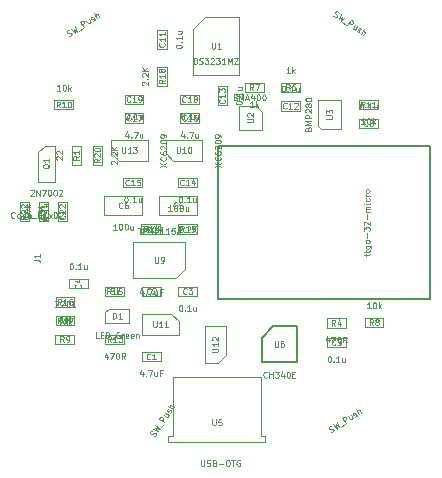
<source format=gbr>
%TF.GenerationSoftware,KiCad,Pcbnew,5.1.5+dfsg1-2~bpo10+1*%
%TF.CreationDate,Date%
%TF.ProjectId,osw-light,6f73772d-6c69-4676-9874-2e6b69636164,1.0*%
%TF.SameCoordinates,Original*%
%TF.FileFunction,Other,Fab,Top*%
%FSLAX46Y46*%
G04 Gerber Fmt 4.6, Leading zero omitted, Abs format (unit mm)*
G04 Created by KiCad*
%MOMM*%
%LPD*%
G04 APERTURE LIST*
%ADD10C,0.050000*%
%ADD11C,0.100000*%
%ADD12C,0.150000*%
G04 APERTURE END LIST*
D10*
%TO.C,U5*%
X79900000Y-119715500D02*
X79900000Y-114715500D01*
X72100000Y-120215500D02*
X80300000Y-120215500D01*
X72500000Y-114715500D02*
X72500000Y-119715500D01*
X80300000Y-120215500D02*
X80300000Y-119715500D01*
X80300000Y-119715500D02*
X79900000Y-119715500D01*
X72100000Y-120215500D02*
X72100000Y-119715500D01*
X72100000Y-119715500D02*
X72500000Y-119715500D01*
X79900000Y-114715500D02*
X72500000Y-114715500D01*
D11*
%TO.C,R18*%
X71164500Y-90017500D02*
X71164500Y-88417500D01*
X71964500Y-90017500D02*
X71164500Y-90017500D01*
X71964500Y-88417500D02*
X71964500Y-90017500D01*
X71164500Y-88417500D02*
X71964500Y-88417500D01*
%TO.C,C11*%
X71964500Y-85306000D02*
X71964500Y-86906000D01*
X71164500Y-85306000D02*
X71964500Y-85306000D01*
X71164500Y-86906000D02*
X71164500Y-85306000D01*
X71964500Y-86906000D02*
X71164500Y-86906000D01*
%TO.C,C22*%
X62719000Y-101511000D02*
X62719000Y-99911000D01*
X63519000Y-101511000D02*
X62719000Y-101511000D01*
X63519000Y-99911000D02*
X63519000Y-101511000D01*
X62719000Y-99911000D02*
X63519000Y-99911000D01*
%TO.C,U13*%
X67883200Y-96404000D02*
X67233200Y-95754000D01*
X67233200Y-94604000D02*
X67233200Y-95754000D01*
X67883200Y-96404000D02*
X70333200Y-96404000D01*
X70333200Y-94604000D02*
X70333200Y-96404000D01*
X67233200Y-94604000D02*
X70333200Y-94604000D01*
%TO.C,U12*%
X76973000Y-112850500D02*
X76323000Y-113500500D01*
X75173000Y-113500500D02*
X76323000Y-113500500D01*
X76973000Y-112850500D02*
X76973000Y-110400500D01*
X75173000Y-110400500D02*
X76973000Y-110400500D01*
X75173000Y-113500500D02*
X75173000Y-110400500D01*
%TO.C,U10*%
X72506000Y-96404000D02*
X71856000Y-95754000D01*
X71856000Y-94604000D02*
X71856000Y-95754000D01*
X72506000Y-96404000D02*
X74956000Y-96404000D01*
X74956000Y-94604000D02*
X74956000Y-96404000D01*
X71856000Y-94604000D02*
X74956000Y-94604000D01*
%TO.C,R22*%
X60293200Y-101511000D02*
X59493200Y-101511000D01*
X59493200Y-101511000D02*
X59493200Y-99911000D01*
X59493200Y-99911000D02*
X60293200Y-99911000D01*
X60293200Y-99911000D02*
X60293200Y-101511000D01*
%TO.C,R21*%
X61144200Y-99885500D02*
X61944200Y-99885500D01*
X61944200Y-99885500D02*
X61944200Y-101485500D01*
X61944200Y-101485500D02*
X61144200Y-101485500D01*
X61144200Y-101485500D02*
X61144200Y-99885500D01*
%TO.C,R20*%
X66490800Y-96710400D02*
X65690800Y-96710400D01*
X65690800Y-96710400D02*
X65690800Y-95110400D01*
X65690800Y-95110400D02*
X66490800Y-95110400D01*
X66490800Y-95110400D02*
X66490800Y-96710400D01*
%TO.C,C19*%
X68389500Y-91586000D02*
X68389500Y-90786000D01*
X68389500Y-90786000D02*
X69989500Y-90786000D01*
X69989500Y-90786000D02*
X69989500Y-91586000D01*
X69989500Y-91586000D02*
X68389500Y-91586000D01*
%TO.C,C18*%
X73088600Y-91586000D02*
X73088600Y-90786000D01*
X73088600Y-90786000D02*
X74688600Y-90786000D01*
X74688600Y-90786000D02*
X74688600Y-91586000D01*
X74688600Y-91586000D02*
X73088600Y-91586000D01*
%TO.C,C17*%
X68389500Y-93173500D02*
X68389500Y-92373500D01*
X68389500Y-92373500D02*
X69989500Y-92373500D01*
X69989500Y-92373500D02*
X69989500Y-93173500D01*
X69989500Y-93173500D02*
X68389500Y-93173500D01*
%TO.C,C16*%
X73088600Y-93173500D02*
X73088600Y-92373500D01*
X73088600Y-92373500D02*
X74688600Y-92373500D01*
X74688600Y-92373500D02*
X74688600Y-93173500D01*
X74688600Y-93173500D02*
X73088600Y-93173500D01*
%TO.C,C15*%
X68288000Y-98647200D02*
X68288000Y-97847200D01*
X68288000Y-97847200D02*
X69888000Y-97847200D01*
X69888000Y-97847200D02*
X69888000Y-98647200D01*
X69888000Y-98647200D02*
X68288000Y-98647200D01*
%TO.C,C14*%
X72910800Y-98647200D02*
X72910800Y-97847200D01*
X72910800Y-97847200D02*
X74510800Y-97847200D01*
X74510800Y-97847200D02*
X74510800Y-98647200D01*
X74510800Y-98647200D02*
X72910800Y-98647200D01*
%TO.C,C6*%
X66675200Y-100977600D02*
X66675200Y-99377600D01*
X66675200Y-99377600D02*
X69875200Y-99377600D01*
X69875200Y-99377600D02*
X69875200Y-100977600D01*
X69875200Y-100977600D02*
X66675200Y-100977600D01*
%TO.C,C5*%
X71320400Y-100977600D02*
X71320400Y-99377600D01*
X71320400Y-99377600D02*
X74520400Y-99377600D01*
X74520400Y-99377600D02*
X74520400Y-100977600D01*
X74520400Y-100977600D02*
X71320400Y-100977600D01*
%TO.C,U2*%
X80044800Y-93760800D02*
X78044800Y-93760800D01*
X78044800Y-93760800D02*
X78044800Y-91760800D01*
X78044800Y-91760800D02*
X79544800Y-91760800D01*
X79544800Y-91760800D02*
X80044800Y-92260800D01*
X80044800Y-92260800D02*
X80044800Y-93760800D01*
%TO.C,U9*%
X72773200Y-106300400D02*
X69123200Y-106300400D01*
X69123200Y-106300400D02*
X69123200Y-103300400D01*
X69123200Y-103300400D02*
X73523200Y-103300400D01*
X73523200Y-103300400D02*
X73523200Y-105550400D01*
X73523200Y-105550400D02*
X72773200Y-106300400D01*
%TO.C,R19*%
X74510800Y-102558800D02*
X72910800Y-102558800D01*
X74510800Y-101758800D02*
X74510800Y-102558800D01*
X72910800Y-101758800D02*
X74510800Y-101758800D01*
X72910800Y-102558800D02*
X72910800Y-101758800D01*
%TO.C,C13*%
X77057200Y-90081200D02*
X77057200Y-91681200D01*
X76257200Y-90081200D02*
X77057200Y-90081200D01*
X76257200Y-91681200D02*
X76257200Y-90081200D01*
X77057200Y-91681200D02*
X76257200Y-91681200D01*
%TO.C,C12*%
X81622900Y-91344800D02*
X83222900Y-91344800D01*
X81622900Y-92144800D02*
X81622900Y-91344800D01*
X83222900Y-92144800D02*
X81622900Y-92144800D01*
X83222900Y-91344800D02*
X83222900Y-92144800D01*
%TO.C,C9*%
X87109200Y-112160000D02*
X85509200Y-112160000D01*
X87109200Y-111360000D02*
X87109200Y-112160000D01*
X85509200Y-111360000D02*
X87109200Y-111360000D01*
X85509200Y-112160000D02*
X85509200Y-111360000D01*
%TO.C,C8*%
X88226900Y-92818000D02*
X89826900Y-92818000D01*
X88226900Y-93618000D02*
X88226900Y-92818000D01*
X89826900Y-93618000D02*
X88226900Y-93618000D01*
X89826900Y-92818000D02*
X89826900Y-93618000D01*
%TO.C,R17*%
X62547600Y-109531200D02*
X64147600Y-109531200D01*
X62547600Y-110331200D02*
X62547600Y-109531200D01*
X64147600Y-110331200D02*
X62547600Y-110331200D01*
X64147600Y-109531200D02*
X64147600Y-110331200D01*
%TO.C,R16*%
X64147600Y-108756400D02*
X62547600Y-108756400D01*
X64147600Y-107956400D02*
X64147600Y-108756400D01*
X62547600Y-107956400D02*
X64147600Y-107956400D01*
X62547600Y-108756400D02*
X62547600Y-107956400D01*
%TO.C,R7*%
X78574900Y-90570000D02*
X78574900Y-89770000D01*
X78574900Y-89770000D02*
X80174900Y-89770000D01*
X80174900Y-89770000D02*
X80174900Y-90570000D01*
X80174900Y-90570000D02*
X78574900Y-90570000D01*
%TO.C,R6*%
X83248400Y-89770000D02*
X83248400Y-90570000D01*
X83248400Y-90570000D02*
X81648400Y-90570000D01*
X81648400Y-90570000D02*
X81648400Y-89770000D01*
X81648400Y-89770000D02*
X83248400Y-89770000D01*
%TO.C,U3*%
X86750400Y-93706000D02*
X86750400Y-91206000D01*
X84750400Y-91206000D02*
X86750400Y-91206000D01*
X84750400Y-91206000D02*
X84750400Y-93456000D01*
X84750400Y-93456000D02*
X85000400Y-93706000D01*
X86750400Y-93706000D02*
X85000400Y-93706000D01*
%TO.C,U1*%
X75161500Y-84214800D02*
X78086500Y-84214800D01*
X78086500Y-84214800D02*
X78086500Y-89114800D01*
X78086500Y-89114800D02*
X74186500Y-89114800D01*
X74186500Y-89114800D02*
X74186500Y-85189800D01*
X74186500Y-85189800D02*
X75161500Y-84214800D01*
D12*
%TO.C,U6*%
X80983200Y-110412400D02*
X82983200Y-110412400D01*
X82983200Y-110412400D02*
X82983200Y-113412400D01*
X82983200Y-113412400D02*
X79983200Y-113412400D01*
X79983200Y-113412400D02*
X79983200Y-111412400D01*
X79983200Y-111412400D02*
X80983200Y-110412400D01*
D11*
%TO.C,U11*%
X72324800Y-109336000D02*
X72974800Y-109986000D01*
X72974800Y-111136000D02*
X72974800Y-109986000D01*
X72324800Y-109336000D02*
X69874800Y-109336000D01*
X69874800Y-111136000D02*
X69874800Y-109336000D01*
X72974800Y-111136000D02*
X69874800Y-111136000D01*
%TO.C,R11*%
X88226900Y-92043200D02*
X88226900Y-91243200D01*
X88226900Y-91243200D02*
X89826900Y-91243200D01*
X89826900Y-91243200D02*
X89826900Y-92043200D01*
X89826900Y-92043200D02*
X88226900Y-92043200D01*
%TO.C,R10*%
X64046000Y-91243200D02*
X64046000Y-92043200D01*
X64046000Y-92043200D02*
X62446000Y-92043200D01*
X62446000Y-92043200D02*
X62446000Y-91243200D01*
X62446000Y-91243200D02*
X64046000Y-91243200D01*
%TO.C,R14*%
X71412000Y-101758800D02*
X71412000Y-102558800D01*
X71412000Y-102558800D02*
X69812000Y-102558800D01*
X69812000Y-102558800D02*
X69812000Y-101758800D01*
X69812000Y-101758800D02*
X71412000Y-101758800D01*
%TO.C,R4*%
X85509200Y-110509000D02*
X85509200Y-109709000D01*
X85509200Y-109709000D02*
X87109200Y-109709000D01*
X87109200Y-109709000D02*
X87109200Y-110509000D01*
X87109200Y-110509000D02*
X85509200Y-110509000D01*
%TO.C,R15*%
X68325900Y-107042000D02*
X68325900Y-107842000D01*
X68325900Y-107842000D02*
X66725900Y-107842000D01*
X66725900Y-107842000D02*
X66725900Y-107042000D01*
X66725900Y-107042000D02*
X68325900Y-107042000D01*
%TO.C,R13*%
X66764000Y-111906000D02*
X66764000Y-111106000D01*
X66764000Y-111106000D02*
X68364000Y-111106000D01*
X68364000Y-111106000D02*
X68364000Y-111906000D01*
X68364000Y-111906000D02*
X66764000Y-111906000D01*
%TO.C,R1*%
X63912800Y-95110400D02*
X64712800Y-95110400D01*
X64712800Y-95110400D02*
X64712800Y-96710400D01*
X64712800Y-96710400D02*
X63912800Y-96710400D01*
X63912800Y-96710400D02*
X63912800Y-95110400D01*
%TO.C,Q1*%
X61072800Y-95671600D02*
X61072800Y-98121600D01*
X61622800Y-95101600D02*
X62472800Y-95101600D01*
X61072800Y-95671600D02*
X61622800Y-95101600D01*
X62472800Y-95101600D02*
X62472800Y-98141600D01*
X61072800Y-98141600D02*
X62472800Y-98141600D01*
%TO.C,D1*%
X68767200Y-108924800D02*
X67067200Y-108924800D01*
X67067200Y-108924800D02*
X66767200Y-109224800D01*
X66767200Y-109224800D02*
X66767200Y-110124800D01*
X66767200Y-110124800D02*
X68767200Y-110124800D01*
X68767200Y-110124800D02*
X68767200Y-108924800D01*
%TO.C,C4*%
X65265200Y-106381600D02*
X65265200Y-107181600D01*
X65265200Y-107181600D02*
X63665200Y-107181600D01*
X63665200Y-107181600D02*
X63665200Y-106381600D01*
X63665200Y-106381600D02*
X65265200Y-106381600D01*
%TO.C,C3*%
X72923400Y-107842000D02*
X72923400Y-107042000D01*
X72923400Y-107042000D02*
X74523400Y-107042000D01*
X74523400Y-107042000D02*
X74523400Y-107842000D01*
X74523400Y-107842000D02*
X72923400Y-107842000D01*
%TO.C,C2*%
X69837400Y-107842000D02*
X69837400Y-107042000D01*
X69837400Y-107042000D02*
X71437400Y-107042000D01*
X71437400Y-107042000D02*
X71437400Y-107842000D01*
X71437400Y-107842000D02*
X69837400Y-107842000D01*
%TO.C,C1*%
X69837300Y-113379200D02*
X69837300Y-112579200D01*
X69837300Y-112579200D02*
X71437300Y-112579200D01*
X71437300Y-112579200D02*
X71437300Y-113379200D01*
X71437300Y-113379200D02*
X69837300Y-113379200D01*
%TO.C,R9*%
X64122100Y-111106000D02*
X64122100Y-111906000D01*
X64122100Y-111906000D02*
X62522100Y-111906000D01*
X62522100Y-111906000D02*
X62522100Y-111106000D01*
X62522100Y-111106000D02*
X64122100Y-111106000D01*
%TO.C,R8*%
X90309600Y-109683600D02*
X90309600Y-110483600D01*
X90309600Y-110483600D02*
X88709600Y-110483600D01*
X88709600Y-110483600D02*
X88709600Y-109683600D01*
X88709600Y-109683600D02*
X90309600Y-109683600D01*
D12*
%TO.C,U7*%
X94286000Y-108100000D02*
X76336000Y-108100000D01*
X94286000Y-95100000D02*
X76336000Y-95100000D01*
X76336000Y-95100000D02*
X76336000Y-108100000D01*
X94286000Y-95100000D02*
X94286000Y-108100000D01*
%TD*%
%TO.C,U5*%
D11*
X74857142Y-121729190D02*
X74857142Y-122133952D01*
X74880952Y-122181571D01*
X74904761Y-122205380D01*
X74952380Y-122229190D01*
X75047619Y-122229190D01*
X75095238Y-122205380D01*
X75119047Y-122181571D01*
X75142857Y-122133952D01*
X75142857Y-121729190D01*
X75357142Y-122205380D02*
X75428571Y-122229190D01*
X75547619Y-122229190D01*
X75595238Y-122205380D01*
X75619047Y-122181571D01*
X75642857Y-122133952D01*
X75642857Y-122086333D01*
X75619047Y-122038714D01*
X75595238Y-122014904D01*
X75547619Y-121991095D01*
X75452380Y-121967285D01*
X75404761Y-121943476D01*
X75380952Y-121919666D01*
X75357142Y-121872047D01*
X75357142Y-121824428D01*
X75380952Y-121776809D01*
X75404761Y-121753000D01*
X75452380Y-121729190D01*
X75571428Y-121729190D01*
X75642857Y-121753000D01*
X76023809Y-121967285D02*
X76095238Y-121991095D01*
X76119047Y-122014904D01*
X76142857Y-122062523D01*
X76142857Y-122133952D01*
X76119047Y-122181571D01*
X76095238Y-122205380D01*
X76047619Y-122229190D01*
X75857142Y-122229190D01*
X75857142Y-121729190D01*
X76023809Y-121729190D01*
X76071428Y-121753000D01*
X76095238Y-121776809D01*
X76119047Y-121824428D01*
X76119047Y-121872047D01*
X76095238Y-121919666D01*
X76071428Y-121943476D01*
X76023809Y-121967285D01*
X75857142Y-121967285D01*
X76357142Y-122038714D02*
X76738095Y-122038714D01*
X77071428Y-121729190D02*
X77166666Y-121729190D01*
X77214285Y-121753000D01*
X77261904Y-121800619D01*
X77285714Y-121895857D01*
X77285714Y-122062523D01*
X77261904Y-122157761D01*
X77214285Y-122205380D01*
X77166666Y-122229190D01*
X77071428Y-122229190D01*
X77023809Y-122205380D01*
X76976190Y-122157761D01*
X76952380Y-122062523D01*
X76952380Y-121895857D01*
X76976190Y-121800619D01*
X77023809Y-121753000D01*
X77071428Y-121729190D01*
X77428571Y-121729190D02*
X77714285Y-121729190D01*
X77571428Y-122229190D02*
X77571428Y-121729190D01*
X78142857Y-121753000D02*
X78095238Y-121729190D01*
X78023809Y-121729190D01*
X77952380Y-121753000D01*
X77904761Y-121800619D01*
X77880952Y-121848238D01*
X77857142Y-121943476D01*
X77857142Y-122014904D01*
X77880952Y-122110142D01*
X77904761Y-122157761D01*
X77952380Y-122205380D01*
X78023809Y-122229190D01*
X78071428Y-122229190D01*
X78142857Y-122205380D01*
X78166666Y-122181571D01*
X78166666Y-122014904D01*
X78071428Y-122014904D01*
X75819047Y-118279190D02*
X75819047Y-118683952D01*
X75842857Y-118731571D01*
X75866666Y-118755380D01*
X75914285Y-118779190D01*
X76009523Y-118779190D01*
X76057142Y-118755380D01*
X76080952Y-118731571D01*
X76104761Y-118683952D01*
X76104761Y-118279190D01*
X76580952Y-118279190D02*
X76342857Y-118279190D01*
X76319047Y-118517285D01*
X76342857Y-118493476D01*
X76390476Y-118469666D01*
X76509523Y-118469666D01*
X76557142Y-118493476D01*
X76580952Y-118517285D01*
X76604761Y-118564904D01*
X76604761Y-118683952D01*
X76580952Y-118731571D01*
X76557142Y-118755380D01*
X76509523Y-118779190D01*
X76390476Y-118779190D01*
X76342857Y-118755380D01*
X76319047Y-118731571D01*
%TO.C,J1*%
X59090952Y-101175771D02*
X59067142Y-101199580D01*
X58995714Y-101223390D01*
X58948095Y-101223390D01*
X58876666Y-101199580D01*
X58829047Y-101151961D01*
X58805238Y-101104342D01*
X58781428Y-101009104D01*
X58781428Y-100937676D01*
X58805238Y-100842438D01*
X58829047Y-100794819D01*
X58876666Y-100747200D01*
X58948095Y-100723390D01*
X58995714Y-100723390D01*
X59067142Y-100747200D01*
X59090952Y-100771009D01*
X59376666Y-101223390D02*
X59329047Y-101199580D01*
X59305238Y-101175771D01*
X59281428Y-101128152D01*
X59281428Y-100985295D01*
X59305238Y-100937676D01*
X59329047Y-100913866D01*
X59376666Y-100890057D01*
X59448095Y-100890057D01*
X59495714Y-100913866D01*
X59519523Y-100937676D01*
X59543333Y-100985295D01*
X59543333Y-101128152D01*
X59519523Y-101175771D01*
X59495714Y-101199580D01*
X59448095Y-101223390D01*
X59376666Y-101223390D01*
X59757619Y-100890057D02*
X59757619Y-101223390D01*
X59757619Y-100937676D02*
X59781428Y-100913866D01*
X59829047Y-100890057D01*
X59900476Y-100890057D01*
X59948095Y-100913866D01*
X59971904Y-100961485D01*
X59971904Y-101223390D01*
X60210000Y-100890057D02*
X60210000Y-101223390D01*
X60210000Y-100937676D02*
X60233809Y-100913866D01*
X60281428Y-100890057D01*
X60352857Y-100890057D01*
X60400476Y-100913866D01*
X60424285Y-100961485D01*
X60424285Y-101223390D01*
X60543333Y-101271009D02*
X60924285Y-101271009D01*
X61138571Y-100723390D02*
X61186190Y-100723390D01*
X61233809Y-100747200D01*
X61257619Y-100771009D01*
X61281428Y-100818628D01*
X61305238Y-100913866D01*
X61305238Y-101032914D01*
X61281428Y-101128152D01*
X61257619Y-101175771D01*
X61233809Y-101199580D01*
X61186190Y-101223390D01*
X61138571Y-101223390D01*
X61090952Y-101199580D01*
X61067142Y-101175771D01*
X61043333Y-101128152D01*
X61019523Y-101032914D01*
X61019523Y-100913866D01*
X61043333Y-100818628D01*
X61067142Y-100771009D01*
X61090952Y-100747200D01*
X61138571Y-100723390D01*
X61781428Y-101223390D02*
X61495714Y-101223390D01*
X61638571Y-101223390D02*
X61638571Y-100723390D01*
X61590952Y-100794819D01*
X61543333Y-100842438D01*
X61495714Y-100866247D01*
X61948095Y-101223390D02*
X62210000Y-100890057D01*
X61948095Y-100890057D02*
X62210000Y-101223390D01*
X62495714Y-100723390D02*
X62543333Y-100723390D01*
X62590952Y-100747200D01*
X62614761Y-100771009D01*
X62638571Y-100818628D01*
X62662380Y-100913866D01*
X62662380Y-101032914D01*
X62638571Y-101128152D01*
X62614761Y-101175771D01*
X62590952Y-101199580D01*
X62543333Y-101223390D01*
X62495714Y-101223390D01*
X62448095Y-101199580D01*
X62424285Y-101175771D01*
X62400476Y-101128152D01*
X62376666Y-101032914D01*
X62376666Y-100913866D01*
X62400476Y-100818628D01*
X62424285Y-100771009D01*
X62448095Y-100747200D01*
X62495714Y-100723390D01*
X62852857Y-100771009D02*
X62876666Y-100747200D01*
X62924285Y-100723390D01*
X63043333Y-100723390D01*
X63090952Y-100747200D01*
X63114761Y-100771009D01*
X63138571Y-100818628D01*
X63138571Y-100866247D01*
X63114761Y-100937676D01*
X62829047Y-101223390D01*
X63138571Y-101223390D01*
X60686190Y-104763866D02*
X61043333Y-104763866D01*
X61114761Y-104787676D01*
X61162380Y-104835295D01*
X61186190Y-104906723D01*
X61186190Y-104954342D01*
X61186190Y-104263866D02*
X61186190Y-104549580D01*
X61186190Y-104406723D02*
X60686190Y-104406723D01*
X60757619Y-104454342D01*
X60805238Y-104501961D01*
X60829047Y-104549580D01*
%TO.C,SW2*%
X86054451Y-84092733D02*
X86101388Y-84151604D01*
X86201230Y-84216442D01*
X86254134Y-84222409D01*
X86287070Y-84215409D01*
X86332974Y-84188439D01*
X86358909Y-84148503D01*
X86364876Y-84095598D01*
X86357875Y-84062662D01*
X86330906Y-84016759D01*
X86264000Y-83944920D01*
X86237031Y-83899017D01*
X86230030Y-83866081D01*
X86235997Y-83813176D01*
X86261932Y-83773240D01*
X86307836Y-83746271D01*
X86340772Y-83739270D01*
X86393676Y-83745237D01*
X86493518Y-83810075D01*
X86540455Y-83868946D01*
X86693201Y-83939751D02*
X86520723Y-84423924D01*
X86795111Y-84176269D01*
X86680470Y-84527665D01*
X87052631Y-84173167D01*
X86814282Y-84671342D02*
X87133775Y-84878824D01*
X87259552Y-84903725D02*
X87531872Y-84484390D01*
X87691619Y-84588130D01*
X87718588Y-84634034D01*
X87725588Y-84666970D01*
X87719622Y-84719874D01*
X87680719Y-84779779D01*
X87634815Y-84806748D01*
X87601879Y-84813749D01*
X87548975Y-84807782D01*
X87389228Y-84704042D01*
X88040149Y-85013196D02*
X87858603Y-85292753D01*
X87860434Y-84896488D02*
X87717790Y-85116139D01*
X87711824Y-85169044D01*
X87738793Y-85214947D01*
X87798698Y-85253850D01*
X87851602Y-85259817D01*
X87884538Y-85252816D01*
X88051285Y-85389493D02*
X88078255Y-85435396D01*
X88158128Y-85487267D01*
X88211032Y-85493234D01*
X88256936Y-85466265D01*
X88269903Y-85446296D01*
X88275870Y-85393392D01*
X88248901Y-85347488D01*
X88188996Y-85308586D01*
X88162027Y-85262682D01*
X88167994Y-85209778D01*
X88180961Y-85189809D01*
X88226865Y-85162840D01*
X88279769Y-85168807D01*
X88339674Y-85207710D01*
X88366643Y-85253614D01*
X88397748Y-85642878D02*
X88670068Y-85223543D01*
X88577463Y-85759586D02*
X88720107Y-85539935D01*
X88726074Y-85487030D01*
X88699104Y-85441127D01*
X88639199Y-85402224D01*
X88586295Y-85396257D01*
X88553359Y-85403258D01*
%TO.C,SW1*%
X63690625Y-85836444D02*
X63763498Y-85817509D01*
X63863339Y-85752671D01*
X63890308Y-85706768D01*
X63897309Y-85673832D01*
X63891342Y-85620927D01*
X63865407Y-85580991D01*
X63819504Y-85554022D01*
X63786568Y-85547021D01*
X63733663Y-85552988D01*
X63640822Y-85584890D01*
X63587918Y-85590857D01*
X63554982Y-85583856D01*
X63509079Y-85556887D01*
X63483143Y-85516950D01*
X63477176Y-85464046D01*
X63484177Y-85431110D01*
X63511146Y-85385206D01*
X63610988Y-85320368D01*
X63683861Y-85301434D01*
X63810672Y-85190692D02*
X64182833Y-85545190D01*
X64068192Y-85193794D01*
X64342580Y-85441449D01*
X64170102Y-84957276D01*
X64528262Y-85377645D02*
X64847755Y-85170163D01*
X64921662Y-85065389D02*
X64649342Y-84646053D01*
X64809089Y-84542313D01*
X64861993Y-84536346D01*
X64894929Y-84543346D01*
X64940833Y-84570316D01*
X64979735Y-84630221D01*
X64985702Y-84683125D01*
X64978702Y-84716061D01*
X64951732Y-84761964D01*
X64791986Y-84865705D01*
X65339166Y-84396804D02*
X65520712Y-84676361D01*
X65159451Y-84513512D02*
X65302094Y-84733164D01*
X65347998Y-84760133D01*
X65400902Y-84754166D01*
X65460807Y-84715263D01*
X65487776Y-84669360D01*
X65494777Y-84636424D01*
X65687460Y-84539684D02*
X65740364Y-84533717D01*
X65820237Y-84481847D01*
X65847206Y-84435943D01*
X65841239Y-84383039D01*
X65828272Y-84363071D01*
X65782368Y-84336101D01*
X65729464Y-84342068D01*
X65669559Y-84380971D01*
X65616655Y-84386938D01*
X65570751Y-84359969D01*
X65557784Y-84340001D01*
X65551817Y-84287096D01*
X65578786Y-84241193D01*
X65638691Y-84202290D01*
X65691595Y-84196323D01*
X66059857Y-84326236D02*
X65787538Y-83906900D01*
X66239573Y-84209527D02*
X66096929Y-83989875D01*
X66051025Y-83962906D01*
X65998121Y-83968873D01*
X65938216Y-84007776D01*
X65911247Y-84053680D01*
X65904246Y-84086615D01*
%TO.C,SW5*%
X70910250Y-119724964D02*
X70969121Y-119678027D01*
X71033959Y-119578185D01*
X71039926Y-119525281D01*
X71032926Y-119492345D01*
X71005956Y-119446441D01*
X70966020Y-119420506D01*
X70913115Y-119414539D01*
X70880179Y-119421540D01*
X70834276Y-119448509D01*
X70762437Y-119515415D01*
X70716534Y-119542384D01*
X70683598Y-119549385D01*
X70630693Y-119543418D01*
X70590757Y-119517483D01*
X70563788Y-119471579D01*
X70556787Y-119438643D01*
X70562754Y-119385739D01*
X70627592Y-119285897D01*
X70686463Y-119238960D01*
X70757268Y-119086214D02*
X71241441Y-119258692D01*
X70993786Y-118984304D01*
X71345182Y-119098945D01*
X70990684Y-118726784D01*
X71488859Y-118965133D02*
X71696341Y-118645640D01*
X71721242Y-118519863D02*
X71301907Y-118247543D01*
X71405647Y-118087796D01*
X71451551Y-118060827D01*
X71484487Y-118053827D01*
X71537391Y-118059793D01*
X71597296Y-118098696D01*
X71624265Y-118144600D01*
X71631266Y-118177536D01*
X71625299Y-118230440D01*
X71521559Y-118390187D01*
X71830713Y-117739266D02*
X72110270Y-117920812D01*
X71714005Y-117918981D02*
X71933656Y-118061625D01*
X71986561Y-118067591D01*
X72032464Y-118040622D01*
X72071367Y-117980717D01*
X72077334Y-117927813D01*
X72070333Y-117894877D01*
X72207010Y-117728130D02*
X72252913Y-117701160D01*
X72304784Y-117621287D01*
X72310751Y-117568383D01*
X72283782Y-117522479D01*
X72263813Y-117509512D01*
X72210909Y-117503545D01*
X72165005Y-117530514D01*
X72126103Y-117590419D01*
X72080199Y-117617388D01*
X72027295Y-117611421D01*
X72007326Y-117598454D01*
X71980357Y-117552550D01*
X71986324Y-117499646D01*
X72025227Y-117439741D01*
X72071131Y-117412772D01*
X72460395Y-117381667D02*
X72041060Y-117109347D01*
X72577103Y-117201952D02*
X72357452Y-117059308D01*
X72304547Y-117053341D01*
X72258644Y-117080311D01*
X72219741Y-117140216D01*
X72213774Y-117193120D01*
X72220775Y-117226056D01*
%TO.C,SW4*%
X85873951Y-119354143D02*
X85946824Y-119335208D01*
X86046665Y-119270370D01*
X86073634Y-119224467D01*
X86080635Y-119191531D01*
X86074668Y-119138626D01*
X86048733Y-119098690D01*
X86002830Y-119071721D01*
X85969894Y-119064720D01*
X85916989Y-119070687D01*
X85824148Y-119102589D01*
X85771244Y-119108556D01*
X85738308Y-119101555D01*
X85692405Y-119074586D01*
X85666469Y-119034649D01*
X85660502Y-118981745D01*
X85667503Y-118948809D01*
X85694472Y-118902905D01*
X85794314Y-118838067D01*
X85867187Y-118819133D01*
X85993998Y-118708391D02*
X86366159Y-119062889D01*
X86251518Y-118711493D01*
X86525906Y-118959148D01*
X86353428Y-118474975D01*
X86711588Y-118895344D02*
X87031081Y-118687862D01*
X87104988Y-118583088D02*
X86832668Y-118163752D01*
X86992415Y-118060012D01*
X87045319Y-118054045D01*
X87078255Y-118061045D01*
X87124159Y-118088015D01*
X87163061Y-118147920D01*
X87169028Y-118200824D01*
X87162028Y-118233760D01*
X87135058Y-118279663D01*
X86975312Y-118383404D01*
X87522492Y-117914503D02*
X87704038Y-118194060D01*
X87342777Y-118031211D02*
X87485420Y-118250863D01*
X87531324Y-118277832D01*
X87584228Y-118271865D01*
X87644133Y-118232962D01*
X87671102Y-118187059D01*
X87678103Y-118154123D01*
X87870786Y-118057383D02*
X87923690Y-118051416D01*
X88003563Y-117999546D01*
X88030532Y-117953642D01*
X88024565Y-117900738D01*
X88011598Y-117880770D01*
X87965694Y-117853800D01*
X87912790Y-117859767D01*
X87852885Y-117898670D01*
X87799981Y-117904637D01*
X87754077Y-117877668D01*
X87741110Y-117857700D01*
X87735143Y-117804795D01*
X87762112Y-117758892D01*
X87822017Y-117719989D01*
X87874921Y-117714022D01*
X88243183Y-117843935D02*
X87970864Y-117424599D01*
X88422899Y-117727226D02*
X88280255Y-117507574D01*
X88234351Y-117480605D01*
X88181447Y-117486572D01*
X88121542Y-117525475D01*
X88094573Y-117571379D01*
X88087572Y-117604314D01*
%TO.C,R18*%
X69908309Y-89967500D02*
X69884500Y-89943690D01*
X69860690Y-89896071D01*
X69860690Y-89777023D01*
X69884500Y-89729404D01*
X69908309Y-89705595D01*
X69955928Y-89681785D01*
X70003547Y-89681785D01*
X70074976Y-89705595D01*
X70360690Y-89991309D01*
X70360690Y-89681785D01*
X70313071Y-89467500D02*
X70336880Y-89443690D01*
X70360690Y-89467500D01*
X70336880Y-89491309D01*
X70313071Y-89467500D01*
X70360690Y-89467500D01*
X69908309Y-89253214D02*
X69884500Y-89229404D01*
X69860690Y-89181785D01*
X69860690Y-89062738D01*
X69884500Y-89015119D01*
X69908309Y-88991309D01*
X69955928Y-88967500D01*
X70003547Y-88967500D01*
X70074976Y-88991309D01*
X70360690Y-89277023D01*
X70360690Y-88967500D01*
X70360690Y-88753214D02*
X69860690Y-88753214D01*
X70360690Y-88467500D02*
X70074976Y-88681785D01*
X69860690Y-88467500D02*
X70146404Y-88753214D01*
X71790690Y-89538928D02*
X71552595Y-89705595D01*
X71790690Y-89824642D02*
X71290690Y-89824642D01*
X71290690Y-89634166D01*
X71314500Y-89586547D01*
X71338309Y-89562738D01*
X71385928Y-89538928D01*
X71457357Y-89538928D01*
X71504976Y-89562738D01*
X71528785Y-89586547D01*
X71552595Y-89634166D01*
X71552595Y-89824642D01*
X71790690Y-89062738D02*
X71790690Y-89348452D01*
X71790690Y-89205595D02*
X71290690Y-89205595D01*
X71362119Y-89253214D01*
X71409738Y-89300833D01*
X71433547Y-89348452D01*
X71504976Y-88777023D02*
X71481166Y-88824642D01*
X71457357Y-88848452D01*
X71409738Y-88872261D01*
X71385928Y-88872261D01*
X71338309Y-88848452D01*
X71314500Y-88824642D01*
X71290690Y-88777023D01*
X71290690Y-88681785D01*
X71314500Y-88634166D01*
X71338309Y-88610357D01*
X71385928Y-88586547D01*
X71409738Y-88586547D01*
X71457357Y-88610357D01*
X71481166Y-88634166D01*
X71504976Y-88681785D01*
X71504976Y-88777023D01*
X71528785Y-88824642D01*
X71552595Y-88848452D01*
X71600214Y-88872261D01*
X71695452Y-88872261D01*
X71743071Y-88848452D01*
X71766880Y-88824642D01*
X71790690Y-88777023D01*
X71790690Y-88681785D01*
X71766880Y-88634166D01*
X71743071Y-88610357D01*
X71695452Y-88586547D01*
X71600214Y-88586547D01*
X71552595Y-88610357D01*
X71528785Y-88634166D01*
X71504976Y-88681785D01*
%TO.C,C11*%
X72720690Y-86713142D02*
X72720690Y-86665523D01*
X72744500Y-86617904D01*
X72768309Y-86594095D01*
X72815928Y-86570285D01*
X72911166Y-86546476D01*
X73030214Y-86546476D01*
X73125452Y-86570285D01*
X73173071Y-86594095D01*
X73196880Y-86617904D01*
X73220690Y-86665523D01*
X73220690Y-86713142D01*
X73196880Y-86760761D01*
X73173071Y-86784571D01*
X73125452Y-86808380D01*
X73030214Y-86832190D01*
X72911166Y-86832190D01*
X72815928Y-86808380D01*
X72768309Y-86784571D01*
X72744500Y-86760761D01*
X72720690Y-86713142D01*
X73173071Y-86332190D02*
X73196880Y-86308380D01*
X73220690Y-86332190D01*
X73196880Y-86356000D01*
X73173071Y-86332190D01*
X73220690Y-86332190D01*
X73220690Y-85832190D02*
X73220690Y-86117904D01*
X73220690Y-85975047D02*
X72720690Y-85975047D01*
X72792119Y-86022666D01*
X72839738Y-86070285D01*
X72863547Y-86117904D01*
X72887357Y-85403619D02*
X73220690Y-85403619D01*
X72887357Y-85617904D02*
X73149261Y-85617904D01*
X73196880Y-85594095D01*
X73220690Y-85546476D01*
X73220690Y-85475047D01*
X73196880Y-85427428D01*
X73173071Y-85403619D01*
X71743071Y-86427428D02*
X71766880Y-86451238D01*
X71790690Y-86522666D01*
X71790690Y-86570285D01*
X71766880Y-86641714D01*
X71719261Y-86689333D01*
X71671642Y-86713142D01*
X71576404Y-86736952D01*
X71504976Y-86736952D01*
X71409738Y-86713142D01*
X71362119Y-86689333D01*
X71314500Y-86641714D01*
X71290690Y-86570285D01*
X71290690Y-86522666D01*
X71314500Y-86451238D01*
X71338309Y-86427428D01*
X71790690Y-85951238D02*
X71790690Y-86236952D01*
X71790690Y-86094095D02*
X71290690Y-86094095D01*
X71362119Y-86141714D01*
X71409738Y-86189333D01*
X71433547Y-86236952D01*
X71790690Y-85475047D02*
X71790690Y-85760761D01*
X71790690Y-85617904D02*
X71290690Y-85617904D01*
X71362119Y-85665523D01*
X71409738Y-85713142D01*
X71433547Y-85760761D01*
%TO.C,C22*%
X61415190Y-101318142D02*
X61415190Y-101270523D01*
X61439000Y-101222904D01*
X61462809Y-101199095D01*
X61510428Y-101175285D01*
X61605666Y-101151476D01*
X61724714Y-101151476D01*
X61819952Y-101175285D01*
X61867571Y-101199095D01*
X61891380Y-101222904D01*
X61915190Y-101270523D01*
X61915190Y-101318142D01*
X61891380Y-101365761D01*
X61867571Y-101389571D01*
X61819952Y-101413380D01*
X61724714Y-101437190D01*
X61605666Y-101437190D01*
X61510428Y-101413380D01*
X61462809Y-101389571D01*
X61439000Y-101365761D01*
X61415190Y-101318142D01*
X61867571Y-100937190D02*
X61891380Y-100913380D01*
X61915190Y-100937190D01*
X61891380Y-100961000D01*
X61867571Y-100937190D01*
X61915190Y-100937190D01*
X61915190Y-100437190D02*
X61915190Y-100722904D01*
X61915190Y-100580047D02*
X61415190Y-100580047D01*
X61486619Y-100627666D01*
X61534238Y-100675285D01*
X61558047Y-100722904D01*
X61581857Y-100008619D02*
X61915190Y-100008619D01*
X61581857Y-100222904D02*
X61843761Y-100222904D01*
X61891380Y-100199095D01*
X61915190Y-100151476D01*
X61915190Y-100080047D01*
X61891380Y-100032428D01*
X61867571Y-100008619D01*
X63297571Y-101032428D02*
X63321380Y-101056238D01*
X63345190Y-101127666D01*
X63345190Y-101175285D01*
X63321380Y-101246714D01*
X63273761Y-101294333D01*
X63226142Y-101318142D01*
X63130904Y-101341952D01*
X63059476Y-101341952D01*
X62964238Y-101318142D01*
X62916619Y-101294333D01*
X62869000Y-101246714D01*
X62845190Y-101175285D01*
X62845190Y-101127666D01*
X62869000Y-101056238D01*
X62892809Y-101032428D01*
X62892809Y-100841952D02*
X62869000Y-100818142D01*
X62845190Y-100770523D01*
X62845190Y-100651476D01*
X62869000Y-100603857D01*
X62892809Y-100580047D01*
X62940428Y-100556238D01*
X62988047Y-100556238D01*
X63059476Y-100580047D01*
X63345190Y-100865761D01*
X63345190Y-100556238D01*
X62892809Y-100365761D02*
X62869000Y-100341952D01*
X62845190Y-100294333D01*
X62845190Y-100175285D01*
X62869000Y-100127666D01*
X62892809Y-100103857D01*
X62940428Y-100080047D01*
X62988047Y-100080047D01*
X63059476Y-100103857D01*
X63345190Y-100389571D01*
X63345190Y-100080047D01*
%TO.C,U13*%
X71409390Y-96873047D02*
X71909390Y-96539714D01*
X71409390Y-96539714D02*
X71909390Y-96873047D01*
X71861771Y-96063523D02*
X71885580Y-96087333D01*
X71909390Y-96158761D01*
X71909390Y-96206380D01*
X71885580Y-96277809D01*
X71837961Y-96325428D01*
X71790342Y-96349238D01*
X71695104Y-96373047D01*
X71623676Y-96373047D01*
X71528438Y-96349238D01*
X71480819Y-96325428D01*
X71433200Y-96277809D01*
X71409390Y-96206380D01*
X71409390Y-96158761D01*
X71433200Y-96087333D01*
X71457009Y-96063523D01*
X71409390Y-95634952D02*
X71409390Y-95730190D01*
X71433200Y-95777809D01*
X71457009Y-95801619D01*
X71528438Y-95849238D01*
X71623676Y-95873047D01*
X71814152Y-95873047D01*
X71861771Y-95849238D01*
X71885580Y-95825428D01*
X71909390Y-95777809D01*
X71909390Y-95682571D01*
X71885580Y-95634952D01*
X71861771Y-95611142D01*
X71814152Y-95587333D01*
X71695104Y-95587333D01*
X71647485Y-95611142D01*
X71623676Y-95634952D01*
X71599866Y-95682571D01*
X71599866Y-95777809D01*
X71623676Y-95825428D01*
X71647485Y-95849238D01*
X71695104Y-95873047D01*
X71457009Y-95396857D02*
X71433200Y-95373047D01*
X71409390Y-95325428D01*
X71409390Y-95206380D01*
X71433200Y-95158761D01*
X71457009Y-95134952D01*
X71504628Y-95111142D01*
X71552247Y-95111142D01*
X71623676Y-95134952D01*
X71909390Y-95420666D01*
X71909390Y-95111142D01*
X71409390Y-94801619D02*
X71409390Y-94754000D01*
X71433200Y-94706380D01*
X71457009Y-94682571D01*
X71504628Y-94658761D01*
X71599866Y-94634952D01*
X71718914Y-94634952D01*
X71814152Y-94658761D01*
X71861771Y-94682571D01*
X71885580Y-94706380D01*
X71909390Y-94754000D01*
X71909390Y-94801619D01*
X71885580Y-94849238D01*
X71861771Y-94873047D01*
X71814152Y-94896857D01*
X71718914Y-94920666D01*
X71599866Y-94920666D01*
X71504628Y-94896857D01*
X71457009Y-94873047D01*
X71433200Y-94849238D01*
X71409390Y-94801619D01*
X71909390Y-94396857D02*
X71909390Y-94301619D01*
X71885580Y-94254000D01*
X71861771Y-94230190D01*
X71790342Y-94182571D01*
X71695104Y-94158761D01*
X71504628Y-94158761D01*
X71457009Y-94182571D01*
X71433200Y-94206380D01*
X71409390Y-94254000D01*
X71409390Y-94349238D01*
X71433200Y-94396857D01*
X71457009Y-94420666D01*
X71504628Y-94444476D01*
X71623676Y-94444476D01*
X71671295Y-94420666D01*
X71695104Y-94396857D01*
X71718914Y-94349238D01*
X71718914Y-94254000D01*
X71695104Y-94206380D01*
X71671295Y-94182571D01*
X71623676Y-94158761D01*
X68164152Y-95230190D02*
X68164152Y-95634952D01*
X68187961Y-95682571D01*
X68211771Y-95706380D01*
X68259390Y-95730190D01*
X68354628Y-95730190D01*
X68402247Y-95706380D01*
X68426057Y-95682571D01*
X68449866Y-95634952D01*
X68449866Y-95230190D01*
X68949866Y-95730190D02*
X68664152Y-95730190D01*
X68807009Y-95730190D02*
X68807009Y-95230190D01*
X68759390Y-95301619D01*
X68711771Y-95349238D01*
X68664152Y-95373047D01*
X69116533Y-95230190D02*
X69426057Y-95230190D01*
X69259390Y-95420666D01*
X69330819Y-95420666D01*
X69378438Y-95444476D01*
X69402247Y-95468285D01*
X69426057Y-95515904D01*
X69426057Y-95634952D01*
X69402247Y-95682571D01*
X69378438Y-95706380D01*
X69330819Y-95730190D01*
X69187961Y-95730190D01*
X69140342Y-95706380D01*
X69116533Y-95682571D01*
%TO.C,U12*%
X75799190Y-112569547D02*
X76203952Y-112569547D01*
X76251571Y-112545738D01*
X76275380Y-112521928D01*
X76299190Y-112474309D01*
X76299190Y-112379071D01*
X76275380Y-112331452D01*
X76251571Y-112307642D01*
X76203952Y-112283833D01*
X75799190Y-112283833D01*
X76299190Y-111783833D02*
X76299190Y-112069547D01*
X76299190Y-111926690D02*
X75799190Y-111926690D01*
X75870619Y-111974309D01*
X75918238Y-112021928D01*
X75942047Y-112069547D01*
X75846809Y-111593357D02*
X75823000Y-111569547D01*
X75799190Y-111521928D01*
X75799190Y-111402880D01*
X75823000Y-111355261D01*
X75846809Y-111331452D01*
X75894428Y-111307642D01*
X75942047Y-111307642D01*
X76013476Y-111331452D01*
X76299190Y-111617166D01*
X76299190Y-111307642D01*
%TO.C,U10*%
X76032190Y-96873047D02*
X76532190Y-96539714D01*
X76032190Y-96539714D02*
X76532190Y-96873047D01*
X76484571Y-96063523D02*
X76508380Y-96087333D01*
X76532190Y-96158761D01*
X76532190Y-96206380D01*
X76508380Y-96277809D01*
X76460761Y-96325428D01*
X76413142Y-96349238D01*
X76317904Y-96373047D01*
X76246476Y-96373047D01*
X76151238Y-96349238D01*
X76103619Y-96325428D01*
X76056000Y-96277809D01*
X76032190Y-96206380D01*
X76032190Y-96158761D01*
X76056000Y-96087333D01*
X76079809Y-96063523D01*
X76032190Y-95634952D02*
X76032190Y-95730190D01*
X76056000Y-95777809D01*
X76079809Y-95801619D01*
X76151238Y-95849238D01*
X76246476Y-95873047D01*
X76436952Y-95873047D01*
X76484571Y-95849238D01*
X76508380Y-95825428D01*
X76532190Y-95777809D01*
X76532190Y-95682571D01*
X76508380Y-95634952D01*
X76484571Y-95611142D01*
X76436952Y-95587333D01*
X76317904Y-95587333D01*
X76270285Y-95611142D01*
X76246476Y-95634952D01*
X76222666Y-95682571D01*
X76222666Y-95777809D01*
X76246476Y-95825428D01*
X76270285Y-95849238D01*
X76317904Y-95873047D01*
X76079809Y-95396857D02*
X76056000Y-95373047D01*
X76032190Y-95325428D01*
X76032190Y-95206380D01*
X76056000Y-95158761D01*
X76079809Y-95134952D01*
X76127428Y-95111142D01*
X76175047Y-95111142D01*
X76246476Y-95134952D01*
X76532190Y-95420666D01*
X76532190Y-95111142D01*
X76032190Y-94801619D02*
X76032190Y-94754000D01*
X76056000Y-94706380D01*
X76079809Y-94682571D01*
X76127428Y-94658761D01*
X76222666Y-94634952D01*
X76341714Y-94634952D01*
X76436952Y-94658761D01*
X76484571Y-94682571D01*
X76508380Y-94706380D01*
X76532190Y-94754000D01*
X76532190Y-94801619D01*
X76508380Y-94849238D01*
X76484571Y-94873047D01*
X76436952Y-94896857D01*
X76341714Y-94920666D01*
X76222666Y-94920666D01*
X76127428Y-94896857D01*
X76079809Y-94873047D01*
X76056000Y-94849238D01*
X76032190Y-94801619D01*
X76532190Y-94396857D02*
X76532190Y-94301619D01*
X76508380Y-94254000D01*
X76484571Y-94230190D01*
X76413142Y-94182571D01*
X76317904Y-94158761D01*
X76127428Y-94158761D01*
X76079809Y-94182571D01*
X76056000Y-94206380D01*
X76032190Y-94254000D01*
X76032190Y-94349238D01*
X76056000Y-94396857D01*
X76079809Y-94420666D01*
X76127428Y-94444476D01*
X76246476Y-94444476D01*
X76294095Y-94420666D01*
X76317904Y-94396857D01*
X76341714Y-94349238D01*
X76341714Y-94254000D01*
X76317904Y-94206380D01*
X76294095Y-94182571D01*
X76246476Y-94158761D01*
X72786952Y-95230190D02*
X72786952Y-95634952D01*
X72810761Y-95682571D01*
X72834571Y-95706380D01*
X72882190Y-95730190D01*
X72977428Y-95730190D01*
X73025047Y-95706380D01*
X73048857Y-95682571D01*
X73072666Y-95634952D01*
X73072666Y-95230190D01*
X73572666Y-95730190D02*
X73286952Y-95730190D01*
X73429809Y-95730190D02*
X73429809Y-95230190D01*
X73382190Y-95301619D01*
X73334571Y-95349238D01*
X73286952Y-95373047D01*
X73882190Y-95230190D02*
X73929809Y-95230190D01*
X73977428Y-95254000D01*
X74001238Y-95277809D01*
X74025047Y-95325428D01*
X74048857Y-95420666D01*
X74048857Y-95539714D01*
X74025047Y-95634952D01*
X74001238Y-95682571D01*
X73977428Y-95706380D01*
X73929809Y-95730190D01*
X73882190Y-95730190D01*
X73834571Y-95706380D01*
X73810761Y-95682571D01*
X73786952Y-95634952D01*
X73763142Y-95539714D01*
X73763142Y-95420666D01*
X73786952Y-95325428D01*
X73810761Y-95277809D01*
X73834571Y-95254000D01*
X73882190Y-95230190D01*
%TO.C,R22*%
X61549390Y-100853857D02*
X61549390Y-101139571D01*
X61549390Y-100996714D02*
X61049390Y-100996714D01*
X61120819Y-101044333D01*
X61168438Y-101091952D01*
X61192247Y-101139571D01*
X61549390Y-100639571D02*
X61049390Y-100639571D01*
X61406533Y-100472904D01*
X61049390Y-100306238D01*
X61549390Y-100306238D01*
X60119390Y-101032428D02*
X59881295Y-101199095D01*
X60119390Y-101318142D02*
X59619390Y-101318142D01*
X59619390Y-101127666D01*
X59643200Y-101080047D01*
X59667009Y-101056238D01*
X59714628Y-101032428D01*
X59786057Y-101032428D01*
X59833676Y-101056238D01*
X59857485Y-101080047D01*
X59881295Y-101127666D01*
X59881295Y-101318142D01*
X59667009Y-100841952D02*
X59643200Y-100818142D01*
X59619390Y-100770523D01*
X59619390Y-100651476D01*
X59643200Y-100603857D01*
X59667009Y-100580047D01*
X59714628Y-100556238D01*
X59762247Y-100556238D01*
X59833676Y-100580047D01*
X60119390Y-100865761D01*
X60119390Y-100556238D01*
X59667009Y-100365761D02*
X59643200Y-100341952D01*
X59619390Y-100294333D01*
X59619390Y-100175285D01*
X59643200Y-100127666D01*
X59667009Y-100103857D01*
X59714628Y-100080047D01*
X59762247Y-100080047D01*
X59833676Y-100103857D01*
X60119390Y-100389571D01*
X60119390Y-100080047D01*
%TO.C,R21*%
X60340390Y-100983119D02*
X60340390Y-101268833D01*
X60340390Y-101125976D02*
X59840390Y-101125976D01*
X59911819Y-101173595D01*
X59959438Y-101221214D01*
X59983247Y-101268833D01*
X59840390Y-100673595D02*
X59840390Y-100625976D01*
X59864200Y-100578357D01*
X59888009Y-100554547D01*
X59935628Y-100530738D01*
X60030866Y-100506928D01*
X60149914Y-100506928D01*
X60245152Y-100530738D01*
X60292771Y-100554547D01*
X60316580Y-100578357D01*
X60340390Y-100625976D01*
X60340390Y-100673595D01*
X60316580Y-100721214D01*
X60292771Y-100745023D01*
X60245152Y-100768833D01*
X60149914Y-100792642D01*
X60030866Y-100792642D01*
X59935628Y-100768833D01*
X59888009Y-100745023D01*
X59864200Y-100721214D01*
X59840390Y-100673595D01*
X60340390Y-100292642D02*
X59840390Y-100292642D01*
X60149914Y-100245023D02*
X60340390Y-100102166D01*
X60007057Y-100102166D02*
X60197533Y-100292642D01*
X61770390Y-101006928D02*
X61532295Y-101173595D01*
X61770390Y-101292642D02*
X61270390Y-101292642D01*
X61270390Y-101102166D01*
X61294200Y-101054547D01*
X61318009Y-101030738D01*
X61365628Y-101006928D01*
X61437057Y-101006928D01*
X61484676Y-101030738D01*
X61508485Y-101054547D01*
X61532295Y-101102166D01*
X61532295Y-101292642D01*
X61318009Y-100816452D02*
X61294200Y-100792642D01*
X61270390Y-100745023D01*
X61270390Y-100625976D01*
X61294200Y-100578357D01*
X61318009Y-100554547D01*
X61365628Y-100530738D01*
X61413247Y-100530738D01*
X61484676Y-100554547D01*
X61770390Y-100840261D01*
X61770390Y-100530738D01*
X61770390Y-100054547D02*
X61770390Y-100340261D01*
X61770390Y-100197404D02*
X61270390Y-100197404D01*
X61341819Y-100245023D01*
X61389438Y-100292642D01*
X61413247Y-100340261D01*
%TO.C,R20*%
X67294609Y-96660400D02*
X67270800Y-96636590D01*
X67246990Y-96588971D01*
X67246990Y-96469923D01*
X67270800Y-96422304D01*
X67294609Y-96398495D01*
X67342228Y-96374685D01*
X67389847Y-96374685D01*
X67461276Y-96398495D01*
X67746990Y-96684209D01*
X67746990Y-96374685D01*
X67699371Y-96160400D02*
X67723180Y-96136590D01*
X67746990Y-96160400D01*
X67723180Y-96184209D01*
X67699371Y-96160400D01*
X67746990Y-96160400D01*
X67294609Y-95946114D02*
X67270800Y-95922304D01*
X67246990Y-95874685D01*
X67246990Y-95755638D01*
X67270800Y-95708019D01*
X67294609Y-95684209D01*
X67342228Y-95660400D01*
X67389847Y-95660400D01*
X67461276Y-95684209D01*
X67746990Y-95969923D01*
X67746990Y-95660400D01*
X67746990Y-95446114D02*
X67246990Y-95446114D01*
X67746990Y-95160400D02*
X67461276Y-95374685D01*
X67246990Y-95160400D02*
X67532704Y-95446114D01*
X66316990Y-96231828D02*
X66078895Y-96398495D01*
X66316990Y-96517542D02*
X65816990Y-96517542D01*
X65816990Y-96327066D01*
X65840800Y-96279447D01*
X65864609Y-96255638D01*
X65912228Y-96231828D01*
X65983657Y-96231828D01*
X66031276Y-96255638D01*
X66055085Y-96279447D01*
X66078895Y-96327066D01*
X66078895Y-96517542D01*
X65864609Y-96041352D02*
X65840800Y-96017542D01*
X65816990Y-95969923D01*
X65816990Y-95850876D01*
X65840800Y-95803257D01*
X65864609Y-95779447D01*
X65912228Y-95755638D01*
X65959847Y-95755638D01*
X66031276Y-95779447D01*
X66316990Y-96065161D01*
X66316990Y-95755638D01*
X65816990Y-95446114D02*
X65816990Y-95398495D01*
X65840800Y-95350876D01*
X65864609Y-95327066D01*
X65912228Y-95303257D01*
X66007466Y-95279447D01*
X66126514Y-95279447D01*
X66221752Y-95303257D01*
X66269371Y-95327066D01*
X66293180Y-95350876D01*
X66316990Y-95398495D01*
X66316990Y-95446114D01*
X66293180Y-95493733D01*
X66269371Y-95517542D01*
X66221752Y-95541352D01*
X66126514Y-95565161D01*
X66007466Y-95565161D01*
X65912228Y-95541352D01*
X65864609Y-95517542D01*
X65840800Y-95493733D01*
X65816990Y-95446114D01*
%TO.C,C19*%
X68582357Y-92342190D02*
X68629976Y-92342190D01*
X68677595Y-92366000D01*
X68701404Y-92389809D01*
X68725214Y-92437428D01*
X68749023Y-92532666D01*
X68749023Y-92651714D01*
X68725214Y-92746952D01*
X68701404Y-92794571D01*
X68677595Y-92818380D01*
X68629976Y-92842190D01*
X68582357Y-92842190D01*
X68534738Y-92818380D01*
X68510928Y-92794571D01*
X68487119Y-92746952D01*
X68463309Y-92651714D01*
X68463309Y-92532666D01*
X68487119Y-92437428D01*
X68510928Y-92389809D01*
X68534738Y-92366000D01*
X68582357Y-92342190D01*
X68963309Y-92794571D02*
X68987119Y-92818380D01*
X68963309Y-92842190D01*
X68939500Y-92818380D01*
X68963309Y-92794571D01*
X68963309Y-92842190D01*
X69463309Y-92842190D02*
X69177595Y-92842190D01*
X69320452Y-92842190D02*
X69320452Y-92342190D01*
X69272833Y-92413619D01*
X69225214Y-92461238D01*
X69177595Y-92485047D01*
X69891880Y-92508857D02*
X69891880Y-92842190D01*
X69677595Y-92508857D02*
X69677595Y-92770761D01*
X69701404Y-92818380D01*
X69749023Y-92842190D01*
X69820452Y-92842190D01*
X69868071Y-92818380D01*
X69891880Y-92794571D01*
X68868071Y-91364571D02*
X68844261Y-91388380D01*
X68772833Y-91412190D01*
X68725214Y-91412190D01*
X68653785Y-91388380D01*
X68606166Y-91340761D01*
X68582357Y-91293142D01*
X68558547Y-91197904D01*
X68558547Y-91126476D01*
X68582357Y-91031238D01*
X68606166Y-90983619D01*
X68653785Y-90936000D01*
X68725214Y-90912190D01*
X68772833Y-90912190D01*
X68844261Y-90936000D01*
X68868071Y-90959809D01*
X69344261Y-91412190D02*
X69058547Y-91412190D01*
X69201404Y-91412190D02*
X69201404Y-90912190D01*
X69153785Y-90983619D01*
X69106166Y-91031238D01*
X69058547Y-91055047D01*
X69582357Y-91412190D02*
X69677595Y-91412190D01*
X69725214Y-91388380D01*
X69749023Y-91364571D01*
X69796642Y-91293142D01*
X69820452Y-91197904D01*
X69820452Y-91007428D01*
X69796642Y-90959809D01*
X69772833Y-90936000D01*
X69725214Y-90912190D01*
X69629976Y-90912190D01*
X69582357Y-90936000D01*
X69558547Y-90959809D01*
X69534738Y-91007428D01*
X69534738Y-91126476D01*
X69558547Y-91174095D01*
X69582357Y-91197904D01*
X69629976Y-91221714D01*
X69725214Y-91221714D01*
X69772833Y-91197904D01*
X69796642Y-91174095D01*
X69820452Y-91126476D01*
%TO.C,C18*%
X73281457Y-92342190D02*
X73329076Y-92342190D01*
X73376695Y-92366000D01*
X73400504Y-92389809D01*
X73424314Y-92437428D01*
X73448123Y-92532666D01*
X73448123Y-92651714D01*
X73424314Y-92746952D01*
X73400504Y-92794571D01*
X73376695Y-92818380D01*
X73329076Y-92842190D01*
X73281457Y-92842190D01*
X73233838Y-92818380D01*
X73210028Y-92794571D01*
X73186219Y-92746952D01*
X73162409Y-92651714D01*
X73162409Y-92532666D01*
X73186219Y-92437428D01*
X73210028Y-92389809D01*
X73233838Y-92366000D01*
X73281457Y-92342190D01*
X73662409Y-92794571D02*
X73686219Y-92818380D01*
X73662409Y-92842190D01*
X73638600Y-92818380D01*
X73662409Y-92794571D01*
X73662409Y-92842190D01*
X74162409Y-92842190D02*
X73876695Y-92842190D01*
X74019552Y-92842190D02*
X74019552Y-92342190D01*
X73971933Y-92413619D01*
X73924314Y-92461238D01*
X73876695Y-92485047D01*
X74590980Y-92508857D02*
X74590980Y-92842190D01*
X74376695Y-92508857D02*
X74376695Y-92770761D01*
X74400504Y-92818380D01*
X74448123Y-92842190D01*
X74519552Y-92842190D01*
X74567171Y-92818380D01*
X74590980Y-92794571D01*
X73567171Y-91364571D02*
X73543361Y-91388380D01*
X73471933Y-91412190D01*
X73424314Y-91412190D01*
X73352885Y-91388380D01*
X73305266Y-91340761D01*
X73281457Y-91293142D01*
X73257647Y-91197904D01*
X73257647Y-91126476D01*
X73281457Y-91031238D01*
X73305266Y-90983619D01*
X73352885Y-90936000D01*
X73424314Y-90912190D01*
X73471933Y-90912190D01*
X73543361Y-90936000D01*
X73567171Y-90959809D01*
X74043361Y-91412190D02*
X73757647Y-91412190D01*
X73900504Y-91412190D02*
X73900504Y-90912190D01*
X73852885Y-90983619D01*
X73805266Y-91031238D01*
X73757647Y-91055047D01*
X74329076Y-91126476D02*
X74281457Y-91102666D01*
X74257647Y-91078857D01*
X74233838Y-91031238D01*
X74233838Y-91007428D01*
X74257647Y-90959809D01*
X74281457Y-90936000D01*
X74329076Y-90912190D01*
X74424314Y-90912190D01*
X74471933Y-90936000D01*
X74495742Y-90959809D01*
X74519552Y-91007428D01*
X74519552Y-91031238D01*
X74495742Y-91078857D01*
X74471933Y-91102666D01*
X74424314Y-91126476D01*
X74329076Y-91126476D01*
X74281457Y-91150285D01*
X74257647Y-91174095D01*
X74233838Y-91221714D01*
X74233838Y-91316952D01*
X74257647Y-91364571D01*
X74281457Y-91388380D01*
X74329076Y-91412190D01*
X74424314Y-91412190D01*
X74471933Y-91388380D01*
X74495742Y-91364571D01*
X74519552Y-91316952D01*
X74519552Y-91221714D01*
X74495742Y-91174095D01*
X74471933Y-91150285D01*
X74424314Y-91126476D01*
%TO.C,C17*%
X68701404Y-94096357D02*
X68701404Y-94429690D01*
X68582357Y-93905880D02*
X68463309Y-94263023D01*
X68772833Y-94263023D01*
X68963309Y-94382071D02*
X68987119Y-94405880D01*
X68963309Y-94429690D01*
X68939500Y-94405880D01*
X68963309Y-94382071D01*
X68963309Y-94429690D01*
X69153785Y-93929690D02*
X69487119Y-93929690D01*
X69272833Y-94429690D01*
X69891880Y-94096357D02*
X69891880Y-94429690D01*
X69677595Y-94096357D02*
X69677595Y-94358261D01*
X69701404Y-94405880D01*
X69749023Y-94429690D01*
X69820452Y-94429690D01*
X69868071Y-94405880D01*
X69891880Y-94382071D01*
X68868071Y-92952071D02*
X68844261Y-92975880D01*
X68772833Y-92999690D01*
X68725214Y-92999690D01*
X68653785Y-92975880D01*
X68606166Y-92928261D01*
X68582357Y-92880642D01*
X68558547Y-92785404D01*
X68558547Y-92713976D01*
X68582357Y-92618738D01*
X68606166Y-92571119D01*
X68653785Y-92523500D01*
X68725214Y-92499690D01*
X68772833Y-92499690D01*
X68844261Y-92523500D01*
X68868071Y-92547309D01*
X69344261Y-92999690D02*
X69058547Y-92999690D01*
X69201404Y-92999690D02*
X69201404Y-92499690D01*
X69153785Y-92571119D01*
X69106166Y-92618738D01*
X69058547Y-92642547D01*
X69510928Y-92499690D02*
X69844261Y-92499690D01*
X69629976Y-92999690D01*
%TO.C,C16*%
X73400504Y-94096357D02*
X73400504Y-94429690D01*
X73281457Y-93905880D02*
X73162409Y-94263023D01*
X73471933Y-94263023D01*
X73662409Y-94382071D02*
X73686219Y-94405880D01*
X73662409Y-94429690D01*
X73638600Y-94405880D01*
X73662409Y-94382071D01*
X73662409Y-94429690D01*
X73852885Y-93929690D02*
X74186219Y-93929690D01*
X73971933Y-94429690D01*
X74590980Y-94096357D02*
X74590980Y-94429690D01*
X74376695Y-94096357D02*
X74376695Y-94358261D01*
X74400504Y-94405880D01*
X74448123Y-94429690D01*
X74519552Y-94429690D01*
X74567171Y-94405880D01*
X74590980Y-94382071D01*
X73567171Y-92952071D02*
X73543361Y-92975880D01*
X73471933Y-92999690D01*
X73424314Y-92999690D01*
X73352885Y-92975880D01*
X73305266Y-92928261D01*
X73281457Y-92880642D01*
X73257647Y-92785404D01*
X73257647Y-92713976D01*
X73281457Y-92618738D01*
X73305266Y-92571119D01*
X73352885Y-92523500D01*
X73424314Y-92499690D01*
X73471933Y-92499690D01*
X73543361Y-92523500D01*
X73567171Y-92547309D01*
X74043361Y-92999690D02*
X73757647Y-92999690D01*
X73900504Y-92999690D02*
X73900504Y-92499690D01*
X73852885Y-92571119D01*
X73805266Y-92618738D01*
X73757647Y-92642547D01*
X74471933Y-92499690D02*
X74376695Y-92499690D01*
X74329076Y-92523500D01*
X74305266Y-92547309D01*
X74257647Y-92618738D01*
X74233838Y-92713976D01*
X74233838Y-92904452D01*
X74257647Y-92952071D01*
X74281457Y-92975880D01*
X74329076Y-92999690D01*
X74424314Y-92999690D01*
X74471933Y-92975880D01*
X74495742Y-92952071D01*
X74519552Y-92904452D01*
X74519552Y-92785404D01*
X74495742Y-92737785D01*
X74471933Y-92713976D01*
X74424314Y-92690166D01*
X74329076Y-92690166D01*
X74281457Y-92713976D01*
X74257647Y-92737785D01*
X74233838Y-92785404D01*
%TO.C,C15*%
X68480857Y-99403390D02*
X68528476Y-99403390D01*
X68576095Y-99427200D01*
X68599904Y-99451009D01*
X68623714Y-99498628D01*
X68647523Y-99593866D01*
X68647523Y-99712914D01*
X68623714Y-99808152D01*
X68599904Y-99855771D01*
X68576095Y-99879580D01*
X68528476Y-99903390D01*
X68480857Y-99903390D01*
X68433238Y-99879580D01*
X68409428Y-99855771D01*
X68385619Y-99808152D01*
X68361809Y-99712914D01*
X68361809Y-99593866D01*
X68385619Y-99498628D01*
X68409428Y-99451009D01*
X68433238Y-99427200D01*
X68480857Y-99403390D01*
X68861809Y-99855771D02*
X68885619Y-99879580D01*
X68861809Y-99903390D01*
X68838000Y-99879580D01*
X68861809Y-99855771D01*
X68861809Y-99903390D01*
X69361809Y-99903390D02*
X69076095Y-99903390D01*
X69218952Y-99903390D02*
X69218952Y-99403390D01*
X69171333Y-99474819D01*
X69123714Y-99522438D01*
X69076095Y-99546247D01*
X69790380Y-99570057D02*
X69790380Y-99903390D01*
X69576095Y-99570057D02*
X69576095Y-99831961D01*
X69599904Y-99879580D01*
X69647523Y-99903390D01*
X69718952Y-99903390D01*
X69766571Y-99879580D01*
X69790380Y-99855771D01*
X68766571Y-98425771D02*
X68742761Y-98449580D01*
X68671333Y-98473390D01*
X68623714Y-98473390D01*
X68552285Y-98449580D01*
X68504666Y-98401961D01*
X68480857Y-98354342D01*
X68457047Y-98259104D01*
X68457047Y-98187676D01*
X68480857Y-98092438D01*
X68504666Y-98044819D01*
X68552285Y-97997200D01*
X68623714Y-97973390D01*
X68671333Y-97973390D01*
X68742761Y-97997200D01*
X68766571Y-98021009D01*
X69242761Y-98473390D02*
X68957047Y-98473390D01*
X69099904Y-98473390D02*
X69099904Y-97973390D01*
X69052285Y-98044819D01*
X69004666Y-98092438D01*
X68957047Y-98116247D01*
X69695142Y-97973390D02*
X69457047Y-97973390D01*
X69433238Y-98211485D01*
X69457047Y-98187676D01*
X69504666Y-98163866D01*
X69623714Y-98163866D01*
X69671333Y-98187676D01*
X69695142Y-98211485D01*
X69718952Y-98259104D01*
X69718952Y-98378152D01*
X69695142Y-98425771D01*
X69671333Y-98449580D01*
X69623714Y-98473390D01*
X69504666Y-98473390D01*
X69457047Y-98449580D01*
X69433238Y-98425771D01*
%TO.C,C14*%
X73103657Y-99403390D02*
X73151276Y-99403390D01*
X73198895Y-99427200D01*
X73222704Y-99451009D01*
X73246514Y-99498628D01*
X73270323Y-99593866D01*
X73270323Y-99712914D01*
X73246514Y-99808152D01*
X73222704Y-99855771D01*
X73198895Y-99879580D01*
X73151276Y-99903390D01*
X73103657Y-99903390D01*
X73056038Y-99879580D01*
X73032228Y-99855771D01*
X73008419Y-99808152D01*
X72984609Y-99712914D01*
X72984609Y-99593866D01*
X73008419Y-99498628D01*
X73032228Y-99451009D01*
X73056038Y-99427200D01*
X73103657Y-99403390D01*
X73484609Y-99855771D02*
X73508419Y-99879580D01*
X73484609Y-99903390D01*
X73460800Y-99879580D01*
X73484609Y-99855771D01*
X73484609Y-99903390D01*
X73984609Y-99903390D02*
X73698895Y-99903390D01*
X73841752Y-99903390D02*
X73841752Y-99403390D01*
X73794133Y-99474819D01*
X73746514Y-99522438D01*
X73698895Y-99546247D01*
X74413180Y-99570057D02*
X74413180Y-99903390D01*
X74198895Y-99570057D02*
X74198895Y-99831961D01*
X74222704Y-99879580D01*
X74270323Y-99903390D01*
X74341752Y-99903390D01*
X74389371Y-99879580D01*
X74413180Y-99855771D01*
X73389371Y-98425771D02*
X73365561Y-98449580D01*
X73294133Y-98473390D01*
X73246514Y-98473390D01*
X73175085Y-98449580D01*
X73127466Y-98401961D01*
X73103657Y-98354342D01*
X73079847Y-98259104D01*
X73079847Y-98187676D01*
X73103657Y-98092438D01*
X73127466Y-98044819D01*
X73175085Y-97997200D01*
X73246514Y-97973390D01*
X73294133Y-97973390D01*
X73365561Y-97997200D01*
X73389371Y-98021009D01*
X73865561Y-98473390D02*
X73579847Y-98473390D01*
X73722704Y-98473390D02*
X73722704Y-97973390D01*
X73675085Y-98044819D01*
X73627466Y-98092438D01*
X73579847Y-98116247D01*
X74294133Y-98140057D02*
X74294133Y-98473390D01*
X74175085Y-97949580D02*
X74056038Y-98306723D01*
X74365561Y-98306723D01*
%TO.C,C6*%
X67715676Y-102223790D02*
X67429961Y-102223790D01*
X67572819Y-102223790D02*
X67572819Y-101723790D01*
X67525200Y-101795219D01*
X67477580Y-101842838D01*
X67429961Y-101866647D01*
X68025200Y-101723790D02*
X68072819Y-101723790D01*
X68120438Y-101747600D01*
X68144247Y-101771409D01*
X68168057Y-101819028D01*
X68191866Y-101914266D01*
X68191866Y-102033314D01*
X68168057Y-102128552D01*
X68144247Y-102176171D01*
X68120438Y-102199980D01*
X68072819Y-102223790D01*
X68025200Y-102223790D01*
X67977580Y-102199980D01*
X67953771Y-102176171D01*
X67929961Y-102128552D01*
X67906152Y-102033314D01*
X67906152Y-101914266D01*
X67929961Y-101819028D01*
X67953771Y-101771409D01*
X67977580Y-101747600D01*
X68025200Y-101723790D01*
X68501390Y-101723790D02*
X68549009Y-101723790D01*
X68596628Y-101747600D01*
X68620438Y-101771409D01*
X68644247Y-101819028D01*
X68668057Y-101914266D01*
X68668057Y-102033314D01*
X68644247Y-102128552D01*
X68620438Y-102176171D01*
X68596628Y-102199980D01*
X68549009Y-102223790D01*
X68501390Y-102223790D01*
X68453771Y-102199980D01*
X68429961Y-102176171D01*
X68406152Y-102128552D01*
X68382342Y-102033314D01*
X68382342Y-101914266D01*
X68406152Y-101819028D01*
X68429961Y-101771409D01*
X68453771Y-101747600D01*
X68501390Y-101723790D01*
X69096628Y-101890457D02*
X69096628Y-102223790D01*
X68882342Y-101890457D02*
X68882342Y-102152361D01*
X68906152Y-102199980D01*
X68953771Y-102223790D01*
X69025200Y-102223790D01*
X69072819Y-102199980D01*
X69096628Y-102176171D01*
X68191866Y-100356171D02*
X68168057Y-100379980D01*
X68096628Y-100403790D01*
X68049009Y-100403790D01*
X67977580Y-100379980D01*
X67929961Y-100332361D01*
X67906152Y-100284742D01*
X67882342Y-100189504D01*
X67882342Y-100118076D01*
X67906152Y-100022838D01*
X67929961Y-99975219D01*
X67977580Y-99927600D01*
X68049009Y-99903790D01*
X68096628Y-99903790D01*
X68168057Y-99927600D01*
X68191866Y-99951409D01*
X68620438Y-99903790D02*
X68525200Y-99903790D01*
X68477580Y-99927600D01*
X68453771Y-99951409D01*
X68406152Y-100022838D01*
X68382342Y-100118076D01*
X68382342Y-100308552D01*
X68406152Y-100356171D01*
X68429961Y-100379980D01*
X68477580Y-100403790D01*
X68572819Y-100403790D01*
X68620438Y-100379980D01*
X68644247Y-100356171D01*
X68668057Y-100308552D01*
X68668057Y-100189504D01*
X68644247Y-100141885D01*
X68620438Y-100118076D01*
X68572819Y-100094266D01*
X68477580Y-100094266D01*
X68429961Y-100118076D01*
X68406152Y-100141885D01*
X68382342Y-100189504D01*
%TO.C,C5*%
X72386276Y-100645090D02*
X72100561Y-100645090D01*
X72243419Y-100645090D02*
X72243419Y-100145090D01*
X72195800Y-100216519D01*
X72148180Y-100264138D01*
X72100561Y-100287947D01*
X72695800Y-100145090D02*
X72743419Y-100145090D01*
X72791038Y-100168900D01*
X72814847Y-100192709D01*
X72838657Y-100240328D01*
X72862466Y-100335566D01*
X72862466Y-100454614D01*
X72838657Y-100549852D01*
X72814847Y-100597471D01*
X72791038Y-100621280D01*
X72743419Y-100645090D01*
X72695800Y-100645090D01*
X72648180Y-100621280D01*
X72624371Y-100597471D01*
X72600561Y-100549852D01*
X72576752Y-100454614D01*
X72576752Y-100335566D01*
X72600561Y-100240328D01*
X72624371Y-100192709D01*
X72648180Y-100168900D01*
X72695800Y-100145090D01*
X73171990Y-100145090D02*
X73219609Y-100145090D01*
X73267228Y-100168900D01*
X73291038Y-100192709D01*
X73314847Y-100240328D01*
X73338657Y-100335566D01*
X73338657Y-100454614D01*
X73314847Y-100549852D01*
X73291038Y-100597471D01*
X73267228Y-100621280D01*
X73219609Y-100645090D01*
X73171990Y-100645090D01*
X73124371Y-100621280D01*
X73100561Y-100597471D01*
X73076752Y-100549852D01*
X73052942Y-100454614D01*
X73052942Y-100335566D01*
X73076752Y-100240328D01*
X73100561Y-100192709D01*
X73124371Y-100168900D01*
X73171990Y-100145090D01*
X73767228Y-100311757D02*
X73767228Y-100645090D01*
X73552942Y-100311757D02*
X73552942Y-100573661D01*
X73576752Y-100621280D01*
X73624371Y-100645090D01*
X73695800Y-100645090D01*
X73743419Y-100621280D01*
X73767228Y-100597471D01*
X72837066Y-100356171D02*
X72813257Y-100379980D01*
X72741828Y-100403790D01*
X72694209Y-100403790D01*
X72622780Y-100379980D01*
X72575161Y-100332361D01*
X72551352Y-100284742D01*
X72527542Y-100189504D01*
X72527542Y-100118076D01*
X72551352Y-100022838D01*
X72575161Y-99975219D01*
X72622780Y-99927600D01*
X72694209Y-99903790D01*
X72741828Y-99903790D01*
X72813257Y-99927600D01*
X72837066Y-99951409D01*
X73289447Y-99903790D02*
X73051352Y-99903790D01*
X73027542Y-100141885D01*
X73051352Y-100118076D01*
X73098971Y-100094266D01*
X73218019Y-100094266D01*
X73265638Y-100118076D01*
X73289447Y-100141885D01*
X73313257Y-100189504D01*
X73313257Y-100308552D01*
X73289447Y-100356171D01*
X73265638Y-100379980D01*
X73218019Y-100403790D01*
X73098971Y-100403790D01*
X73051352Y-100379980D01*
X73027542Y-100356171D01*
%TO.C,U2*%
X77781728Y-91010585D02*
X77853157Y-91034395D01*
X77876966Y-91058204D01*
X77900776Y-91105823D01*
X77900776Y-91177252D01*
X77876966Y-91224871D01*
X77853157Y-91248680D01*
X77805538Y-91272490D01*
X77615061Y-91272490D01*
X77615061Y-90772490D01*
X77781728Y-90772490D01*
X77829347Y-90796300D01*
X77853157Y-90820109D01*
X77876966Y-90867728D01*
X77876966Y-90915347D01*
X77853157Y-90962966D01*
X77829347Y-90986776D01*
X77781728Y-91010585D01*
X77615061Y-91010585D01*
X78115061Y-91272490D02*
X78115061Y-90772490D01*
X78281728Y-91129633D01*
X78448395Y-90772490D01*
X78448395Y-91272490D01*
X78662680Y-91129633D02*
X78900776Y-91129633D01*
X78615061Y-91272490D02*
X78781728Y-90772490D01*
X78948395Y-91272490D01*
X79329347Y-90939157D02*
X79329347Y-91272490D01*
X79210300Y-90748680D02*
X79091252Y-91105823D01*
X79400776Y-91105823D01*
X79686490Y-90772490D02*
X79734109Y-90772490D01*
X79781728Y-90796300D01*
X79805538Y-90820109D01*
X79829347Y-90867728D01*
X79853157Y-90962966D01*
X79853157Y-91082014D01*
X79829347Y-91177252D01*
X79805538Y-91224871D01*
X79781728Y-91248680D01*
X79734109Y-91272490D01*
X79686490Y-91272490D01*
X79638871Y-91248680D01*
X79615061Y-91224871D01*
X79591252Y-91177252D01*
X79567442Y-91082014D01*
X79567442Y-90962966D01*
X79591252Y-90867728D01*
X79615061Y-90820109D01*
X79638871Y-90796300D01*
X79686490Y-90772490D01*
X80162680Y-90772490D02*
X80210300Y-90772490D01*
X80257919Y-90796300D01*
X80281728Y-90820109D01*
X80305538Y-90867728D01*
X80329347Y-90962966D01*
X80329347Y-91082014D01*
X80305538Y-91177252D01*
X80281728Y-91224871D01*
X80257919Y-91248680D01*
X80210300Y-91272490D01*
X80162680Y-91272490D01*
X80115061Y-91248680D01*
X80091252Y-91224871D01*
X80067442Y-91177252D01*
X80043633Y-91082014D01*
X80043633Y-90962966D01*
X80067442Y-90867728D01*
X80091252Y-90820109D01*
X80115061Y-90796300D01*
X80162680Y-90772490D01*
X78770990Y-93141752D02*
X79175752Y-93141752D01*
X79223371Y-93117942D01*
X79247180Y-93094133D01*
X79270990Y-93046514D01*
X79270990Y-92951276D01*
X79247180Y-92903657D01*
X79223371Y-92879847D01*
X79175752Y-92856038D01*
X78770990Y-92856038D01*
X78818609Y-92641752D02*
X78794800Y-92617942D01*
X78770990Y-92570323D01*
X78770990Y-92451276D01*
X78794800Y-92403657D01*
X78818609Y-92379847D01*
X78866228Y-92356038D01*
X78913847Y-92356038D01*
X78985276Y-92379847D01*
X79270990Y-92665561D01*
X79270990Y-92356038D01*
%TO.C,U9*%
X69525580Y-102076590D02*
X69811295Y-102076590D01*
X69668438Y-102576590D02*
X69668438Y-102076590D01*
X69977961Y-102576590D02*
X69977961Y-102076590D01*
X70168438Y-102076590D01*
X70216057Y-102100400D01*
X70239866Y-102124209D01*
X70263676Y-102171828D01*
X70263676Y-102243257D01*
X70239866Y-102290876D01*
X70216057Y-102314685D01*
X70168438Y-102338495D01*
X69977961Y-102338495D01*
X70454152Y-102552780D02*
X70525580Y-102576590D01*
X70644628Y-102576590D01*
X70692247Y-102552780D01*
X70716057Y-102528971D01*
X70739866Y-102481352D01*
X70739866Y-102433733D01*
X70716057Y-102386114D01*
X70692247Y-102362304D01*
X70644628Y-102338495D01*
X70549390Y-102314685D01*
X70501771Y-102290876D01*
X70477961Y-102267066D01*
X70454152Y-102219447D01*
X70454152Y-102171828D01*
X70477961Y-102124209D01*
X70501771Y-102100400D01*
X70549390Y-102076590D01*
X70668438Y-102076590D01*
X70739866Y-102100400D01*
X70930342Y-102124209D02*
X70954152Y-102100400D01*
X71001771Y-102076590D01*
X71120819Y-102076590D01*
X71168438Y-102100400D01*
X71192247Y-102124209D01*
X71216057Y-102171828D01*
X71216057Y-102219447D01*
X71192247Y-102290876D01*
X70906533Y-102576590D01*
X71216057Y-102576590D01*
X71692247Y-102576590D02*
X71406533Y-102576590D01*
X71549390Y-102576590D02*
X71549390Y-102076590D01*
X71501771Y-102148019D01*
X71454152Y-102195638D01*
X71406533Y-102219447D01*
X72168438Y-102576590D02*
X71882723Y-102576590D01*
X72025580Y-102576590D02*
X72025580Y-102076590D01*
X71977961Y-102148019D01*
X71930342Y-102195638D01*
X71882723Y-102219447D01*
X72620819Y-102076590D02*
X72382723Y-102076590D01*
X72358914Y-102314685D01*
X72382723Y-102290876D01*
X72430342Y-102267066D01*
X72549390Y-102267066D01*
X72597009Y-102290876D01*
X72620819Y-102314685D01*
X72644628Y-102362304D01*
X72644628Y-102481352D01*
X72620819Y-102528971D01*
X72597009Y-102552780D01*
X72549390Y-102576590D01*
X72430342Y-102576590D01*
X72382723Y-102552780D01*
X72358914Y-102528971D01*
X72835104Y-102433733D02*
X73073200Y-102433733D01*
X72787485Y-102576590D02*
X72954152Y-102076590D01*
X73120819Y-102576590D01*
X70942247Y-104526590D02*
X70942247Y-104931352D01*
X70966057Y-104978971D01*
X70989866Y-105002780D01*
X71037485Y-105026590D01*
X71132723Y-105026590D01*
X71180342Y-105002780D01*
X71204152Y-104978971D01*
X71227961Y-104931352D01*
X71227961Y-104526590D01*
X71489866Y-105026590D02*
X71585104Y-105026590D01*
X71632723Y-105002780D01*
X71656533Y-104978971D01*
X71704152Y-104907542D01*
X71727961Y-104812304D01*
X71727961Y-104621828D01*
X71704152Y-104574209D01*
X71680342Y-104550400D01*
X71632723Y-104526590D01*
X71537485Y-104526590D01*
X71489866Y-104550400D01*
X71466057Y-104574209D01*
X71442247Y-104621828D01*
X71442247Y-104740876D01*
X71466057Y-104788495D01*
X71489866Y-104812304D01*
X71537485Y-104836114D01*
X71632723Y-104836114D01*
X71680342Y-104812304D01*
X71704152Y-104788495D01*
X71727961Y-104740876D01*
%TO.C,R19*%
X72960800Y-101996109D02*
X72984609Y-101972300D01*
X73032228Y-101948490D01*
X73151276Y-101948490D01*
X73198895Y-101972300D01*
X73222704Y-101996109D01*
X73246514Y-102043728D01*
X73246514Y-102091347D01*
X73222704Y-102162776D01*
X72936990Y-102448490D01*
X73246514Y-102448490D01*
X73460800Y-102400871D02*
X73484609Y-102424680D01*
X73460800Y-102448490D01*
X73436990Y-102424680D01*
X73460800Y-102400871D01*
X73460800Y-102448490D01*
X73675085Y-101996109D02*
X73698895Y-101972300D01*
X73746514Y-101948490D01*
X73865561Y-101948490D01*
X73913180Y-101972300D01*
X73936990Y-101996109D01*
X73960800Y-102043728D01*
X73960800Y-102091347D01*
X73936990Y-102162776D01*
X73651276Y-102448490D01*
X73960800Y-102448490D01*
X74175085Y-102448490D02*
X74175085Y-101948490D01*
X74460800Y-102448490D02*
X74246514Y-102162776D01*
X74460800Y-101948490D02*
X74175085Y-102234204D01*
X73389371Y-102384990D02*
X73222704Y-102146895D01*
X73103657Y-102384990D02*
X73103657Y-101884990D01*
X73294133Y-101884990D01*
X73341752Y-101908800D01*
X73365561Y-101932609D01*
X73389371Y-101980228D01*
X73389371Y-102051657D01*
X73365561Y-102099276D01*
X73341752Y-102123085D01*
X73294133Y-102146895D01*
X73103657Y-102146895D01*
X73865561Y-102384990D02*
X73579847Y-102384990D01*
X73722704Y-102384990D02*
X73722704Y-101884990D01*
X73675085Y-101956419D01*
X73627466Y-102004038D01*
X73579847Y-102027847D01*
X74103657Y-102384990D02*
X74198895Y-102384990D01*
X74246514Y-102361180D01*
X74270323Y-102337371D01*
X74317942Y-102265942D01*
X74341752Y-102170704D01*
X74341752Y-101980228D01*
X74317942Y-101932609D01*
X74294133Y-101908800D01*
X74246514Y-101884990D01*
X74151276Y-101884990D01*
X74103657Y-101908800D01*
X74079847Y-101932609D01*
X74056038Y-101980228D01*
X74056038Y-102099276D01*
X74079847Y-102146895D01*
X74103657Y-102170704D01*
X74151276Y-102194514D01*
X74246514Y-102194514D01*
X74294133Y-102170704D01*
X74317942Y-102146895D01*
X74341752Y-102099276D01*
%TO.C,C13*%
X77813390Y-91488342D02*
X77813390Y-91440723D01*
X77837200Y-91393104D01*
X77861009Y-91369295D01*
X77908628Y-91345485D01*
X78003866Y-91321676D01*
X78122914Y-91321676D01*
X78218152Y-91345485D01*
X78265771Y-91369295D01*
X78289580Y-91393104D01*
X78313390Y-91440723D01*
X78313390Y-91488342D01*
X78289580Y-91535961D01*
X78265771Y-91559771D01*
X78218152Y-91583580D01*
X78122914Y-91607390D01*
X78003866Y-91607390D01*
X77908628Y-91583580D01*
X77861009Y-91559771D01*
X77837200Y-91535961D01*
X77813390Y-91488342D01*
X78265771Y-91107390D02*
X78289580Y-91083580D01*
X78313390Y-91107390D01*
X78289580Y-91131200D01*
X78265771Y-91107390D01*
X78313390Y-91107390D01*
X78313390Y-90607390D02*
X78313390Y-90893104D01*
X78313390Y-90750247D02*
X77813390Y-90750247D01*
X77884819Y-90797866D01*
X77932438Y-90845485D01*
X77956247Y-90893104D01*
X77980057Y-90178819D02*
X78313390Y-90178819D01*
X77980057Y-90393104D02*
X78241961Y-90393104D01*
X78289580Y-90369295D01*
X78313390Y-90321676D01*
X78313390Y-90250247D01*
X78289580Y-90202628D01*
X78265771Y-90178819D01*
X76835771Y-91202628D02*
X76859580Y-91226438D01*
X76883390Y-91297866D01*
X76883390Y-91345485D01*
X76859580Y-91416914D01*
X76811961Y-91464533D01*
X76764342Y-91488342D01*
X76669104Y-91512152D01*
X76597676Y-91512152D01*
X76502438Y-91488342D01*
X76454819Y-91464533D01*
X76407200Y-91416914D01*
X76383390Y-91345485D01*
X76383390Y-91297866D01*
X76407200Y-91226438D01*
X76431009Y-91202628D01*
X76883390Y-90726438D02*
X76883390Y-91012152D01*
X76883390Y-90869295D02*
X76383390Y-90869295D01*
X76454819Y-90916914D01*
X76502438Y-90964533D01*
X76526247Y-91012152D01*
X76383390Y-90559771D02*
X76383390Y-90250247D01*
X76573866Y-90416914D01*
X76573866Y-90345485D01*
X76597676Y-90297866D01*
X76621485Y-90274057D01*
X76669104Y-90250247D01*
X76788152Y-90250247D01*
X76835771Y-90274057D01*
X76859580Y-90297866D01*
X76883390Y-90345485D01*
X76883390Y-90488342D01*
X76859580Y-90535961D01*
X76835771Y-90559771D01*
%TO.C,C12*%
X81815757Y-90040990D02*
X81863376Y-90040990D01*
X81910995Y-90064800D01*
X81934804Y-90088609D01*
X81958614Y-90136228D01*
X81982423Y-90231466D01*
X81982423Y-90350514D01*
X81958614Y-90445752D01*
X81934804Y-90493371D01*
X81910995Y-90517180D01*
X81863376Y-90540990D01*
X81815757Y-90540990D01*
X81768138Y-90517180D01*
X81744328Y-90493371D01*
X81720519Y-90445752D01*
X81696709Y-90350514D01*
X81696709Y-90231466D01*
X81720519Y-90136228D01*
X81744328Y-90088609D01*
X81768138Y-90064800D01*
X81815757Y-90040990D01*
X82196709Y-90493371D02*
X82220519Y-90517180D01*
X82196709Y-90540990D01*
X82172900Y-90517180D01*
X82196709Y-90493371D01*
X82196709Y-90540990D01*
X82696709Y-90540990D02*
X82410995Y-90540990D01*
X82553852Y-90540990D02*
X82553852Y-90040990D01*
X82506233Y-90112419D01*
X82458614Y-90160038D01*
X82410995Y-90183847D01*
X83125280Y-90207657D02*
X83125280Y-90540990D01*
X82910995Y-90207657D02*
X82910995Y-90469561D01*
X82934804Y-90517180D01*
X82982423Y-90540990D01*
X83053852Y-90540990D01*
X83101471Y-90517180D01*
X83125280Y-90493371D01*
X82101471Y-91923371D02*
X82077661Y-91947180D01*
X82006233Y-91970990D01*
X81958614Y-91970990D01*
X81887185Y-91947180D01*
X81839566Y-91899561D01*
X81815757Y-91851942D01*
X81791947Y-91756704D01*
X81791947Y-91685276D01*
X81815757Y-91590038D01*
X81839566Y-91542419D01*
X81887185Y-91494800D01*
X81958614Y-91470990D01*
X82006233Y-91470990D01*
X82077661Y-91494800D01*
X82101471Y-91518609D01*
X82577661Y-91970990D02*
X82291947Y-91970990D01*
X82434804Y-91970990D02*
X82434804Y-91470990D01*
X82387185Y-91542419D01*
X82339566Y-91590038D01*
X82291947Y-91613847D01*
X82768138Y-91518609D02*
X82791947Y-91494800D01*
X82839566Y-91470990D01*
X82958614Y-91470990D01*
X83006233Y-91494800D01*
X83030042Y-91518609D01*
X83053852Y-91566228D01*
X83053852Y-91613847D01*
X83030042Y-91685276D01*
X82744328Y-91970990D01*
X83053852Y-91970990D01*
%TO.C,C9*%
X85702057Y-112916190D02*
X85749676Y-112916190D01*
X85797295Y-112940000D01*
X85821104Y-112963809D01*
X85844914Y-113011428D01*
X85868723Y-113106666D01*
X85868723Y-113225714D01*
X85844914Y-113320952D01*
X85821104Y-113368571D01*
X85797295Y-113392380D01*
X85749676Y-113416190D01*
X85702057Y-113416190D01*
X85654438Y-113392380D01*
X85630628Y-113368571D01*
X85606819Y-113320952D01*
X85583009Y-113225714D01*
X85583009Y-113106666D01*
X85606819Y-113011428D01*
X85630628Y-112963809D01*
X85654438Y-112940000D01*
X85702057Y-112916190D01*
X86083009Y-113368571D02*
X86106819Y-113392380D01*
X86083009Y-113416190D01*
X86059200Y-113392380D01*
X86083009Y-113368571D01*
X86083009Y-113416190D01*
X86583009Y-113416190D02*
X86297295Y-113416190D01*
X86440152Y-113416190D02*
X86440152Y-112916190D01*
X86392533Y-112987619D01*
X86344914Y-113035238D01*
X86297295Y-113059047D01*
X87011580Y-113082857D02*
X87011580Y-113416190D01*
X86797295Y-113082857D02*
X86797295Y-113344761D01*
X86821104Y-113392380D01*
X86868723Y-113416190D01*
X86940152Y-113416190D01*
X86987771Y-113392380D01*
X87011580Y-113368571D01*
X86225866Y-111938571D02*
X86202057Y-111962380D01*
X86130628Y-111986190D01*
X86083009Y-111986190D01*
X86011580Y-111962380D01*
X85963961Y-111914761D01*
X85940152Y-111867142D01*
X85916342Y-111771904D01*
X85916342Y-111700476D01*
X85940152Y-111605238D01*
X85963961Y-111557619D01*
X86011580Y-111510000D01*
X86083009Y-111486190D01*
X86130628Y-111486190D01*
X86202057Y-111510000D01*
X86225866Y-111533809D01*
X86463961Y-111986190D02*
X86559200Y-111986190D01*
X86606819Y-111962380D01*
X86630628Y-111938571D01*
X86678247Y-111867142D01*
X86702057Y-111771904D01*
X86702057Y-111581428D01*
X86678247Y-111533809D01*
X86654438Y-111510000D01*
X86606819Y-111486190D01*
X86511580Y-111486190D01*
X86463961Y-111510000D01*
X86440152Y-111533809D01*
X86416342Y-111581428D01*
X86416342Y-111700476D01*
X86440152Y-111748095D01*
X86463961Y-111771904D01*
X86511580Y-111795714D01*
X86606819Y-111795714D01*
X86654438Y-111771904D01*
X86678247Y-111748095D01*
X86702057Y-111700476D01*
%TO.C,C8*%
X88419757Y-91514190D02*
X88467376Y-91514190D01*
X88514995Y-91538000D01*
X88538804Y-91561809D01*
X88562614Y-91609428D01*
X88586423Y-91704666D01*
X88586423Y-91823714D01*
X88562614Y-91918952D01*
X88538804Y-91966571D01*
X88514995Y-91990380D01*
X88467376Y-92014190D01*
X88419757Y-92014190D01*
X88372138Y-91990380D01*
X88348328Y-91966571D01*
X88324519Y-91918952D01*
X88300709Y-91823714D01*
X88300709Y-91704666D01*
X88324519Y-91609428D01*
X88348328Y-91561809D01*
X88372138Y-91538000D01*
X88419757Y-91514190D01*
X88800709Y-91966571D02*
X88824519Y-91990380D01*
X88800709Y-92014190D01*
X88776900Y-91990380D01*
X88800709Y-91966571D01*
X88800709Y-92014190D01*
X89300709Y-92014190D02*
X89014995Y-92014190D01*
X89157852Y-92014190D02*
X89157852Y-91514190D01*
X89110233Y-91585619D01*
X89062614Y-91633238D01*
X89014995Y-91657047D01*
X89729280Y-91680857D02*
X89729280Y-92014190D01*
X89514995Y-91680857D02*
X89514995Y-91942761D01*
X89538804Y-91990380D01*
X89586423Y-92014190D01*
X89657852Y-92014190D01*
X89705471Y-91990380D01*
X89729280Y-91966571D01*
X88943566Y-93396571D02*
X88919757Y-93420380D01*
X88848328Y-93444190D01*
X88800709Y-93444190D01*
X88729280Y-93420380D01*
X88681661Y-93372761D01*
X88657852Y-93325142D01*
X88634042Y-93229904D01*
X88634042Y-93158476D01*
X88657852Y-93063238D01*
X88681661Y-93015619D01*
X88729280Y-92968000D01*
X88800709Y-92944190D01*
X88848328Y-92944190D01*
X88919757Y-92968000D01*
X88943566Y-92991809D01*
X89229280Y-93158476D02*
X89181661Y-93134666D01*
X89157852Y-93110857D01*
X89134042Y-93063238D01*
X89134042Y-93039428D01*
X89157852Y-92991809D01*
X89181661Y-92968000D01*
X89229280Y-92944190D01*
X89324519Y-92944190D01*
X89372138Y-92968000D01*
X89395947Y-92991809D01*
X89419757Y-93039428D01*
X89419757Y-93063238D01*
X89395947Y-93110857D01*
X89372138Y-93134666D01*
X89324519Y-93158476D01*
X89229280Y-93158476D01*
X89181661Y-93182285D01*
X89157852Y-93206095D01*
X89134042Y-93253714D01*
X89134042Y-93348952D01*
X89157852Y-93396571D01*
X89181661Y-93420380D01*
X89229280Y-93444190D01*
X89324519Y-93444190D01*
X89372138Y-93420380D01*
X89395947Y-93396571D01*
X89419757Y-93348952D01*
X89419757Y-93253714D01*
X89395947Y-93206095D01*
X89372138Y-93182285D01*
X89324519Y-93158476D01*
%TO.C,R17*%
X62526171Y-108275009D02*
X62549980Y-108251200D01*
X62597600Y-108227390D01*
X62716647Y-108227390D01*
X62764266Y-108251200D01*
X62788076Y-108275009D01*
X62811885Y-108322628D01*
X62811885Y-108370247D01*
X62788076Y-108441676D01*
X62502361Y-108727390D01*
X62811885Y-108727390D01*
X63002361Y-108275009D02*
X63026171Y-108251200D01*
X63073790Y-108227390D01*
X63192838Y-108227390D01*
X63240457Y-108251200D01*
X63264266Y-108275009D01*
X63288076Y-108322628D01*
X63288076Y-108370247D01*
X63264266Y-108441676D01*
X62978552Y-108727390D01*
X63288076Y-108727390D01*
X63597600Y-108227390D02*
X63645219Y-108227390D01*
X63692838Y-108251200D01*
X63716647Y-108275009D01*
X63740457Y-108322628D01*
X63764266Y-108417866D01*
X63764266Y-108536914D01*
X63740457Y-108632152D01*
X63716647Y-108679771D01*
X63692838Y-108703580D01*
X63645219Y-108727390D01*
X63597600Y-108727390D01*
X63549980Y-108703580D01*
X63526171Y-108679771D01*
X63502361Y-108632152D01*
X63478552Y-108536914D01*
X63478552Y-108417866D01*
X63502361Y-108322628D01*
X63526171Y-108275009D01*
X63549980Y-108251200D01*
X63597600Y-108227390D01*
X63978552Y-108727390D02*
X63978552Y-108227390D01*
X64026171Y-108536914D02*
X64169028Y-108727390D01*
X64169028Y-108394057D02*
X63978552Y-108584533D01*
X63026171Y-110157390D02*
X62859504Y-109919295D01*
X62740457Y-110157390D02*
X62740457Y-109657390D01*
X62930933Y-109657390D01*
X62978552Y-109681200D01*
X63002361Y-109705009D01*
X63026171Y-109752628D01*
X63026171Y-109824057D01*
X63002361Y-109871676D01*
X62978552Y-109895485D01*
X62930933Y-109919295D01*
X62740457Y-109919295D01*
X63502361Y-110157390D02*
X63216647Y-110157390D01*
X63359504Y-110157390D02*
X63359504Y-109657390D01*
X63311885Y-109728819D01*
X63264266Y-109776438D01*
X63216647Y-109800247D01*
X63669028Y-109657390D02*
X64002361Y-109657390D01*
X63788076Y-110157390D01*
%TO.C,R16*%
X63204742Y-110012590D02*
X62919028Y-110012590D01*
X63061885Y-110012590D02*
X63061885Y-109512590D01*
X63014266Y-109584019D01*
X62966647Y-109631638D01*
X62919028Y-109655447D01*
X63419028Y-110012590D02*
X63419028Y-109512590D01*
X63585695Y-109869733D01*
X63752361Y-109512590D01*
X63752361Y-110012590D01*
X63026171Y-108582590D02*
X62859504Y-108344495D01*
X62740457Y-108582590D02*
X62740457Y-108082590D01*
X62930933Y-108082590D01*
X62978552Y-108106400D01*
X63002361Y-108130209D01*
X63026171Y-108177828D01*
X63026171Y-108249257D01*
X63002361Y-108296876D01*
X62978552Y-108320685D01*
X62930933Y-108344495D01*
X62740457Y-108344495D01*
X63502361Y-108582590D02*
X63216647Y-108582590D01*
X63359504Y-108582590D02*
X63359504Y-108082590D01*
X63311885Y-108154019D01*
X63264266Y-108201638D01*
X63216647Y-108225447D01*
X63930933Y-108082590D02*
X63835695Y-108082590D01*
X63788076Y-108106400D01*
X63764266Y-108130209D01*
X63716647Y-108201638D01*
X63692838Y-108296876D01*
X63692838Y-108487352D01*
X63716647Y-108534971D01*
X63740457Y-108558780D01*
X63788076Y-108582590D01*
X63883314Y-108582590D01*
X63930933Y-108558780D01*
X63954742Y-108534971D01*
X63978552Y-108487352D01*
X63978552Y-108368304D01*
X63954742Y-108320685D01*
X63930933Y-108296876D01*
X63883314Y-108273066D01*
X63788076Y-108273066D01*
X63740457Y-108296876D01*
X63716647Y-108320685D01*
X63692838Y-108368304D01*
%TO.C,R7*%
X79315376Y-91826190D02*
X79029661Y-91826190D01*
X79172519Y-91826190D02*
X79172519Y-91326190D01*
X79124900Y-91397619D01*
X79077280Y-91445238D01*
X79029661Y-91469047D01*
X79529661Y-91826190D02*
X79529661Y-91326190D01*
X79577280Y-91635714D02*
X79720138Y-91826190D01*
X79720138Y-91492857D02*
X79529661Y-91683333D01*
X79291566Y-90396190D02*
X79124900Y-90158095D01*
X79005852Y-90396190D02*
X79005852Y-89896190D01*
X79196328Y-89896190D01*
X79243947Y-89920000D01*
X79267757Y-89943809D01*
X79291566Y-89991428D01*
X79291566Y-90062857D01*
X79267757Y-90110476D01*
X79243947Y-90134285D01*
X79196328Y-90158095D01*
X79005852Y-90158095D01*
X79458233Y-89896190D02*
X79791566Y-89896190D01*
X79577280Y-90396190D01*
%TO.C,R6*%
X82388876Y-88966190D02*
X82103161Y-88966190D01*
X82246019Y-88966190D02*
X82246019Y-88466190D01*
X82198400Y-88537619D01*
X82150780Y-88585238D01*
X82103161Y-88609047D01*
X82603161Y-88966190D02*
X82603161Y-88466190D01*
X82650780Y-88775714D02*
X82793638Y-88966190D01*
X82793638Y-88632857D02*
X82603161Y-88823333D01*
X82365066Y-90396190D02*
X82198400Y-90158095D01*
X82079352Y-90396190D02*
X82079352Y-89896190D01*
X82269828Y-89896190D01*
X82317447Y-89920000D01*
X82341257Y-89943809D01*
X82365066Y-89991428D01*
X82365066Y-90062857D01*
X82341257Y-90110476D01*
X82317447Y-90134285D01*
X82269828Y-90158095D01*
X82079352Y-90158095D01*
X82793638Y-89896190D02*
X82698400Y-89896190D01*
X82650780Y-89920000D01*
X82626971Y-89943809D01*
X82579352Y-90015238D01*
X82555542Y-90110476D01*
X82555542Y-90300952D01*
X82579352Y-90348571D01*
X82603161Y-90372380D01*
X82650780Y-90396190D01*
X82746019Y-90396190D01*
X82793638Y-90372380D01*
X82817447Y-90348571D01*
X82841257Y-90300952D01*
X82841257Y-90181904D01*
X82817447Y-90134285D01*
X82793638Y-90110476D01*
X82746019Y-90086666D01*
X82650780Y-90086666D01*
X82603161Y-90110476D01*
X82579352Y-90134285D01*
X82555542Y-90181904D01*
%TO.C,U3*%
X83936685Y-93678785D02*
X83960495Y-93607357D01*
X83984304Y-93583547D01*
X84031923Y-93559738D01*
X84103352Y-93559738D01*
X84150971Y-93583547D01*
X84174780Y-93607357D01*
X84198590Y-93654976D01*
X84198590Y-93845452D01*
X83698590Y-93845452D01*
X83698590Y-93678785D01*
X83722400Y-93631166D01*
X83746209Y-93607357D01*
X83793828Y-93583547D01*
X83841447Y-93583547D01*
X83889066Y-93607357D01*
X83912876Y-93631166D01*
X83936685Y-93678785D01*
X83936685Y-93845452D01*
X84198590Y-93345452D02*
X83698590Y-93345452D01*
X84055733Y-93178785D01*
X83698590Y-93012119D01*
X84198590Y-93012119D01*
X84198590Y-92774023D02*
X83698590Y-92774023D01*
X83698590Y-92583547D01*
X83722400Y-92535928D01*
X83746209Y-92512119D01*
X83793828Y-92488309D01*
X83865257Y-92488309D01*
X83912876Y-92512119D01*
X83936685Y-92535928D01*
X83960495Y-92583547D01*
X83960495Y-92774023D01*
X83746209Y-92297833D02*
X83722400Y-92274023D01*
X83698590Y-92226404D01*
X83698590Y-92107357D01*
X83722400Y-92059738D01*
X83746209Y-92035928D01*
X83793828Y-92012119D01*
X83841447Y-92012119D01*
X83912876Y-92035928D01*
X84198590Y-92321642D01*
X84198590Y-92012119D01*
X83912876Y-91726404D02*
X83889066Y-91774023D01*
X83865257Y-91797833D01*
X83817638Y-91821642D01*
X83793828Y-91821642D01*
X83746209Y-91797833D01*
X83722400Y-91774023D01*
X83698590Y-91726404D01*
X83698590Y-91631166D01*
X83722400Y-91583547D01*
X83746209Y-91559738D01*
X83793828Y-91535928D01*
X83817638Y-91535928D01*
X83865257Y-91559738D01*
X83889066Y-91583547D01*
X83912876Y-91631166D01*
X83912876Y-91726404D01*
X83936685Y-91774023D01*
X83960495Y-91797833D01*
X84008114Y-91821642D01*
X84103352Y-91821642D01*
X84150971Y-91797833D01*
X84174780Y-91774023D01*
X84198590Y-91726404D01*
X84198590Y-91631166D01*
X84174780Y-91583547D01*
X84150971Y-91559738D01*
X84103352Y-91535928D01*
X84008114Y-91535928D01*
X83960495Y-91559738D01*
X83936685Y-91583547D01*
X83912876Y-91631166D01*
X83698590Y-91226404D02*
X83698590Y-91178785D01*
X83722400Y-91131166D01*
X83746209Y-91107357D01*
X83793828Y-91083547D01*
X83889066Y-91059738D01*
X84008114Y-91059738D01*
X84103352Y-91083547D01*
X84150971Y-91107357D01*
X84174780Y-91131166D01*
X84198590Y-91178785D01*
X84198590Y-91226404D01*
X84174780Y-91274023D01*
X84150971Y-91297833D01*
X84103352Y-91321642D01*
X84008114Y-91345452D01*
X83889066Y-91345452D01*
X83793828Y-91321642D01*
X83746209Y-91297833D01*
X83722400Y-91274023D01*
X83698590Y-91226404D01*
X85476590Y-92836952D02*
X85881352Y-92836952D01*
X85928971Y-92813142D01*
X85952780Y-92789333D01*
X85976590Y-92741714D01*
X85976590Y-92646476D01*
X85952780Y-92598857D01*
X85928971Y-92575047D01*
X85881352Y-92551238D01*
X85476590Y-92551238D01*
X85476590Y-92360761D02*
X85476590Y-92051238D01*
X85667066Y-92217904D01*
X85667066Y-92146476D01*
X85690876Y-92098857D01*
X85714685Y-92075047D01*
X85762304Y-92051238D01*
X85881352Y-92051238D01*
X85928971Y-92075047D01*
X85952780Y-92098857D01*
X85976590Y-92146476D01*
X85976590Y-92289333D01*
X85952780Y-92336952D01*
X85928971Y-92360761D01*
%TO.C,U1*%
X74245261Y-88179490D02*
X74245261Y-87679490D01*
X74364309Y-87679490D01*
X74435738Y-87703300D01*
X74483357Y-87750919D01*
X74507166Y-87798538D01*
X74530976Y-87893776D01*
X74530976Y-87965204D01*
X74507166Y-88060442D01*
X74483357Y-88108061D01*
X74435738Y-88155680D01*
X74364309Y-88179490D01*
X74245261Y-88179490D01*
X74721452Y-88155680D02*
X74792880Y-88179490D01*
X74911928Y-88179490D01*
X74959547Y-88155680D01*
X74983357Y-88131871D01*
X75007166Y-88084252D01*
X75007166Y-88036633D01*
X74983357Y-87989014D01*
X74959547Y-87965204D01*
X74911928Y-87941395D01*
X74816690Y-87917585D01*
X74769071Y-87893776D01*
X74745261Y-87869966D01*
X74721452Y-87822347D01*
X74721452Y-87774728D01*
X74745261Y-87727109D01*
X74769071Y-87703300D01*
X74816690Y-87679490D01*
X74935738Y-87679490D01*
X75007166Y-87703300D01*
X75173833Y-87679490D02*
X75483357Y-87679490D01*
X75316690Y-87869966D01*
X75388119Y-87869966D01*
X75435738Y-87893776D01*
X75459547Y-87917585D01*
X75483357Y-87965204D01*
X75483357Y-88084252D01*
X75459547Y-88131871D01*
X75435738Y-88155680D01*
X75388119Y-88179490D01*
X75245261Y-88179490D01*
X75197642Y-88155680D01*
X75173833Y-88131871D01*
X75673833Y-87727109D02*
X75697642Y-87703300D01*
X75745261Y-87679490D01*
X75864309Y-87679490D01*
X75911928Y-87703300D01*
X75935738Y-87727109D01*
X75959547Y-87774728D01*
X75959547Y-87822347D01*
X75935738Y-87893776D01*
X75650023Y-88179490D01*
X75959547Y-88179490D01*
X76126214Y-87679490D02*
X76435738Y-87679490D01*
X76269071Y-87869966D01*
X76340500Y-87869966D01*
X76388119Y-87893776D01*
X76411928Y-87917585D01*
X76435738Y-87965204D01*
X76435738Y-88084252D01*
X76411928Y-88131871D01*
X76388119Y-88155680D01*
X76340500Y-88179490D01*
X76197642Y-88179490D01*
X76150023Y-88155680D01*
X76126214Y-88131871D01*
X76911928Y-88179490D02*
X76626214Y-88179490D01*
X76769071Y-88179490D02*
X76769071Y-87679490D01*
X76721452Y-87750919D01*
X76673833Y-87798538D01*
X76626214Y-87822347D01*
X77126214Y-88179490D02*
X77126214Y-87679490D01*
X77292880Y-88036633D01*
X77459547Y-87679490D01*
X77459547Y-88179490D01*
X77650023Y-87679490D02*
X77983357Y-87679490D01*
X77650023Y-88179490D01*
X77983357Y-88179490D01*
X75755547Y-86390990D02*
X75755547Y-86795752D01*
X75779357Y-86843371D01*
X75803166Y-86867180D01*
X75850785Y-86890990D01*
X75946023Y-86890990D01*
X75993642Y-86867180D01*
X76017452Y-86843371D01*
X76041261Y-86795752D01*
X76041261Y-86390990D01*
X76541261Y-86890990D02*
X76255547Y-86890990D01*
X76398404Y-86890990D02*
X76398404Y-86390990D01*
X76350785Y-86462419D01*
X76303166Y-86510038D01*
X76255547Y-86533847D01*
%TO.C,U6*%
X80435580Y-114690971D02*
X80411771Y-114714780D01*
X80340342Y-114738590D01*
X80292723Y-114738590D01*
X80221295Y-114714780D01*
X80173676Y-114667161D01*
X80149866Y-114619542D01*
X80126057Y-114524304D01*
X80126057Y-114452876D01*
X80149866Y-114357638D01*
X80173676Y-114310019D01*
X80221295Y-114262400D01*
X80292723Y-114238590D01*
X80340342Y-114238590D01*
X80411771Y-114262400D01*
X80435580Y-114286209D01*
X80649866Y-114738590D02*
X80649866Y-114238590D01*
X80649866Y-114476685D02*
X80935580Y-114476685D01*
X80935580Y-114738590D02*
X80935580Y-114238590D01*
X81126057Y-114238590D02*
X81435580Y-114238590D01*
X81268914Y-114429066D01*
X81340342Y-114429066D01*
X81387961Y-114452876D01*
X81411771Y-114476685D01*
X81435580Y-114524304D01*
X81435580Y-114643352D01*
X81411771Y-114690971D01*
X81387961Y-114714780D01*
X81340342Y-114738590D01*
X81197485Y-114738590D01*
X81149866Y-114714780D01*
X81126057Y-114690971D01*
X81864152Y-114405257D02*
X81864152Y-114738590D01*
X81745104Y-114214780D02*
X81626057Y-114571923D01*
X81935580Y-114571923D01*
X82221295Y-114238590D02*
X82268914Y-114238590D01*
X82316533Y-114262400D01*
X82340342Y-114286209D01*
X82364152Y-114333828D01*
X82387961Y-114429066D01*
X82387961Y-114548114D01*
X82364152Y-114643352D01*
X82340342Y-114690971D01*
X82316533Y-114714780D01*
X82268914Y-114738590D01*
X82221295Y-114738590D01*
X82173676Y-114714780D01*
X82149866Y-114690971D01*
X82126057Y-114643352D01*
X82102247Y-114548114D01*
X82102247Y-114429066D01*
X82126057Y-114333828D01*
X82149866Y-114286209D01*
X82173676Y-114262400D01*
X82221295Y-114238590D01*
X82602247Y-114476685D02*
X82768914Y-114476685D01*
X82840342Y-114738590D02*
X82602247Y-114738590D01*
X82602247Y-114238590D01*
X82840342Y-114238590D01*
X81102247Y-111638590D02*
X81102247Y-112043352D01*
X81126057Y-112090971D01*
X81149866Y-112114780D01*
X81197485Y-112138590D01*
X81292723Y-112138590D01*
X81340342Y-112114780D01*
X81364152Y-112090971D01*
X81387961Y-112043352D01*
X81387961Y-111638590D01*
X81840342Y-111638590D02*
X81745104Y-111638590D01*
X81697485Y-111662400D01*
X81673676Y-111686209D01*
X81626057Y-111757638D01*
X81602247Y-111852876D01*
X81602247Y-112043352D01*
X81626057Y-112090971D01*
X81649866Y-112114780D01*
X81697485Y-112138590D01*
X81792723Y-112138590D01*
X81840342Y-112114780D01*
X81864152Y-112090971D01*
X81887961Y-112043352D01*
X81887961Y-111924304D01*
X81864152Y-111876685D01*
X81840342Y-111852876D01*
X81792723Y-111829066D01*
X81697485Y-111829066D01*
X81649866Y-111852876D01*
X81626057Y-111876685D01*
X81602247Y-111924304D01*
%TO.C,U11*%
X70805752Y-109962190D02*
X70805752Y-110366952D01*
X70829561Y-110414571D01*
X70853371Y-110438380D01*
X70900990Y-110462190D01*
X70996228Y-110462190D01*
X71043847Y-110438380D01*
X71067657Y-110414571D01*
X71091466Y-110366952D01*
X71091466Y-109962190D01*
X71591466Y-110462190D02*
X71305752Y-110462190D01*
X71448609Y-110462190D02*
X71448609Y-109962190D01*
X71400990Y-110033619D01*
X71353371Y-110081238D01*
X71305752Y-110105047D01*
X72067657Y-110462190D02*
X71781942Y-110462190D01*
X71924800Y-110462190D02*
X71924800Y-109962190D01*
X71877180Y-110033619D01*
X71829561Y-110081238D01*
X71781942Y-110105047D01*
%TO.C,R11*%
X88729280Y-93299390D02*
X88443566Y-93299390D01*
X88586423Y-93299390D02*
X88586423Y-92799390D01*
X88538804Y-92870819D01*
X88491185Y-92918438D01*
X88443566Y-92942247D01*
X89038804Y-92799390D02*
X89086423Y-92799390D01*
X89134042Y-92823200D01*
X89157852Y-92847009D01*
X89181661Y-92894628D01*
X89205471Y-92989866D01*
X89205471Y-93108914D01*
X89181661Y-93204152D01*
X89157852Y-93251771D01*
X89134042Y-93275580D01*
X89086423Y-93299390D01*
X89038804Y-93299390D01*
X88991185Y-93275580D01*
X88967376Y-93251771D01*
X88943566Y-93204152D01*
X88919757Y-93108914D01*
X88919757Y-92989866D01*
X88943566Y-92894628D01*
X88967376Y-92847009D01*
X88991185Y-92823200D01*
X89038804Y-92799390D01*
X89419757Y-93299390D02*
X89419757Y-92799390D01*
X89467376Y-93108914D02*
X89610233Y-93299390D01*
X89610233Y-92966057D02*
X89419757Y-93156533D01*
X88705471Y-91869390D02*
X88538804Y-91631295D01*
X88419757Y-91869390D02*
X88419757Y-91369390D01*
X88610233Y-91369390D01*
X88657852Y-91393200D01*
X88681661Y-91417009D01*
X88705471Y-91464628D01*
X88705471Y-91536057D01*
X88681661Y-91583676D01*
X88657852Y-91607485D01*
X88610233Y-91631295D01*
X88419757Y-91631295D01*
X89181661Y-91869390D02*
X88895947Y-91869390D01*
X89038804Y-91869390D02*
X89038804Y-91369390D01*
X88991185Y-91440819D01*
X88943566Y-91488438D01*
X88895947Y-91512247D01*
X89657852Y-91869390D02*
X89372138Y-91869390D01*
X89514995Y-91869390D02*
X89514995Y-91369390D01*
X89467376Y-91440819D01*
X89419757Y-91488438D01*
X89372138Y-91512247D01*
%TO.C,R10*%
X62948380Y-90439390D02*
X62662666Y-90439390D01*
X62805523Y-90439390D02*
X62805523Y-89939390D01*
X62757904Y-90010819D01*
X62710285Y-90058438D01*
X62662666Y-90082247D01*
X63257904Y-89939390D02*
X63305523Y-89939390D01*
X63353142Y-89963200D01*
X63376952Y-89987009D01*
X63400761Y-90034628D01*
X63424571Y-90129866D01*
X63424571Y-90248914D01*
X63400761Y-90344152D01*
X63376952Y-90391771D01*
X63353142Y-90415580D01*
X63305523Y-90439390D01*
X63257904Y-90439390D01*
X63210285Y-90415580D01*
X63186476Y-90391771D01*
X63162666Y-90344152D01*
X63138857Y-90248914D01*
X63138857Y-90129866D01*
X63162666Y-90034628D01*
X63186476Y-89987009D01*
X63210285Y-89963200D01*
X63257904Y-89939390D01*
X63638857Y-90439390D02*
X63638857Y-89939390D01*
X63686476Y-90248914D02*
X63829333Y-90439390D01*
X63829333Y-90106057D02*
X63638857Y-90296533D01*
X62924571Y-91869390D02*
X62757904Y-91631295D01*
X62638857Y-91869390D02*
X62638857Y-91369390D01*
X62829333Y-91369390D01*
X62876952Y-91393200D01*
X62900761Y-91417009D01*
X62924571Y-91464628D01*
X62924571Y-91536057D01*
X62900761Y-91583676D01*
X62876952Y-91607485D01*
X62829333Y-91631295D01*
X62638857Y-91631295D01*
X63400761Y-91869390D02*
X63115047Y-91869390D01*
X63257904Y-91869390D02*
X63257904Y-91369390D01*
X63210285Y-91440819D01*
X63162666Y-91488438D01*
X63115047Y-91512247D01*
X63710285Y-91369390D02*
X63757904Y-91369390D01*
X63805523Y-91393200D01*
X63829333Y-91417009D01*
X63853142Y-91464628D01*
X63876952Y-91559866D01*
X63876952Y-91678914D01*
X63853142Y-91774152D01*
X63829333Y-91821771D01*
X63805523Y-91845580D01*
X63757904Y-91869390D01*
X63710285Y-91869390D01*
X63662666Y-91845580D01*
X63638857Y-91821771D01*
X63615047Y-91774152D01*
X63591238Y-91678914D01*
X63591238Y-91559866D01*
X63615047Y-91464628D01*
X63638857Y-91417009D01*
X63662666Y-91393200D01*
X63710285Y-91369390D01*
%TO.C,R14*%
X70047657Y-101933390D02*
X69809561Y-101933390D01*
X69785752Y-102171485D01*
X69809561Y-102147676D01*
X69857180Y-102123866D01*
X69976228Y-102123866D01*
X70023847Y-102147676D01*
X70047657Y-102171485D01*
X70071466Y-102219104D01*
X70071466Y-102338152D01*
X70047657Y-102385771D01*
X70023847Y-102409580D01*
X69976228Y-102433390D01*
X69857180Y-102433390D01*
X69809561Y-102409580D01*
X69785752Y-102385771D01*
X70547657Y-102433390D02*
X70261942Y-102433390D01*
X70404800Y-102433390D02*
X70404800Y-101933390D01*
X70357180Y-102004819D01*
X70309561Y-102052438D01*
X70261942Y-102076247D01*
X70857180Y-101933390D02*
X70904800Y-101933390D01*
X70952419Y-101957200D01*
X70976228Y-101981009D01*
X71000038Y-102028628D01*
X71023847Y-102123866D01*
X71023847Y-102242914D01*
X71000038Y-102338152D01*
X70976228Y-102385771D01*
X70952419Y-102409580D01*
X70904800Y-102433390D01*
X70857180Y-102433390D01*
X70809561Y-102409580D01*
X70785752Y-102385771D01*
X70761942Y-102338152D01*
X70738133Y-102242914D01*
X70738133Y-102123866D01*
X70761942Y-102028628D01*
X70785752Y-101981009D01*
X70809561Y-101957200D01*
X70857180Y-101933390D01*
X71523847Y-102433390D02*
X71357180Y-102195295D01*
X71238133Y-102433390D02*
X71238133Y-101933390D01*
X71428609Y-101933390D01*
X71476228Y-101957200D01*
X71500038Y-101981009D01*
X71523847Y-102028628D01*
X71523847Y-102100057D01*
X71500038Y-102147676D01*
X71476228Y-102171485D01*
X71428609Y-102195295D01*
X71238133Y-102195295D01*
X70290571Y-102384990D02*
X70123904Y-102146895D01*
X70004857Y-102384990D02*
X70004857Y-101884990D01*
X70195333Y-101884990D01*
X70242952Y-101908800D01*
X70266761Y-101932609D01*
X70290571Y-101980228D01*
X70290571Y-102051657D01*
X70266761Y-102099276D01*
X70242952Y-102123085D01*
X70195333Y-102146895D01*
X70004857Y-102146895D01*
X70766761Y-102384990D02*
X70481047Y-102384990D01*
X70623904Y-102384990D02*
X70623904Y-101884990D01*
X70576285Y-101956419D01*
X70528666Y-102004038D01*
X70481047Y-102027847D01*
X71195333Y-102051657D02*
X71195333Y-102384990D01*
X71076285Y-101861180D02*
X70957238Y-102218323D01*
X71266761Y-102218323D01*
%TO.C,R4*%
X85678247Y-111431857D02*
X85678247Y-111765190D01*
X85559200Y-111241380D02*
X85440152Y-111598523D01*
X85749676Y-111598523D01*
X85892533Y-111265190D02*
X86225866Y-111265190D01*
X86011580Y-111765190D01*
X86511580Y-111265190D02*
X86559200Y-111265190D01*
X86606819Y-111289000D01*
X86630628Y-111312809D01*
X86654438Y-111360428D01*
X86678247Y-111455666D01*
X86678247Y-111574714D01*
X86654438Y-111669952D01*
X86630628Y-111717571D01*
X86606819Y-111741380D01*
X86559200Y-111765190D01*
X86511580Y-111765190D01*
X86463961Y-111741380D01*
X86440152Y-111717571D01*
X86416342Y-111669952D01*
X86392533Y-111574714D01*
X86392533Y-111455666D01*
X86416342Y-111360428D01*
X86440152Y-111312809D01*
X86463961Y-111289000D01*
X86511580Y-111265190D01*
X87178247Y-111765190D02*
X87011580Y-111527095D01*
X86892533Y-111765190D02*
X86892533Y-111265190D01*
X87083009Y-111265190D01*
X87130628Y-111289000D01*
X87154438Y-111312809D01*
X87178247Y-111360428D01*
X87178247Y-111431857D01*
X87154438Y-111479476D01*
X87130628Y-111503285D01*
X87083009Y-111527095D01*
X86892533Y-111527095D01*
X86225866Y-110335190D02*
X86059200Y-110097095D01*
X85940152Y-110335190D02*
X85940152Y-109835190D01*
X86130628Y-109835190D01*
X86178247Y-109859000D01*
X86202057Y-109882809D01*
X86225866Y-109930428D01*
X86225866Y-110001857D01*
X86202057Y-110049476D01*
X86178247Y-110073285D01*
X86130628Y-110097095D01*
X85940152Y-110097095D01*
X86654438Y-110001857D02*
X86654438Y-110335190D01*
X86535390Y-109811380D02*
X86416342Y-110168523D01*
X86725866Y-110168523D01*
%TO.C,R15*%
X67485366Y-107189790D02*
X67247271Y-107189790D01*
X67223461Y-107427885D01*
X67247271Y-107404076D01*
X67294890Y-107380266D01*
X67413938Y-107380266D01*
X67461557Y-107404076D01*
X67485366Y-107427885D01*
X67509176Y-107475504D01*
X67509176Y-107594552D01*
X67485366Y-107642171D01*
X67461557Y-107665980D01*
X67413938Y-107689790D01*
X67294890Y-107689790D01*
X67247271Y-107665980D01*
X67223461Y-107642171D01*
X67723461Y-107689790D02*
X67723461Y-107189790D01*
X67771080Y-107499314D02*
X67913938Y-107689790D01*
X67913938Y-107356457D02*
X67723461Y-107546933D01*
X67196471Y-107689790D02*
X67029804Y-107451695D01*
X66910757Y-107689790D02*
X66910757Y-107189790D01*
X67101233Y-107189790D01*
X67148852Y-107213600D01*
X67172661Y-107237409D01*
X67196471Y-107285028D01*
X67196471Y-107356457D01*
X67172661Y-107404076D01*
X67148852Y-107427885D01*
X67101233Y-107451695D01*
X66910757Y-107451695D01*
X67672661Y-107689790D02*
X67386947Y-107689790D01*
X67529804Y-107689790D02*
X67529804Y-107189790D01*
X67482185Y-107261219D01*
X67434566Y-107308838D01*
X67386947Y-107332647D01*
X68125042Y-107189790D02*
X67886947Y-107189790D01*
X67863138Y-107427885D01*
X67886947Y-107404076D01*
X67934566Y-107380266D01*
X68053614Y-107380266D01*
X68101233Y-107404076D01*
X68125042Y-107427885D01*
X68148852Y-107475504D01*
X68148852Y-107594552D01*
X68125042Y-107642171D01*
X68101233Y-107665980D01*
X68053614Y-107689790D01*
X67934566Y-107689790D01*
X67886947Y-107665980D01*
X67863138Y-107642171D01*
%TO.C,R13*%
X66933047Y-112828857D02*
X66933047Y-113162190D01*
X66814000Y-112638380D02*
X66694952Y-112995523D01*
X67004476Y-112995523D01*
X67147333Y-112662190D02*
X67480666Y-112662190D01*
X67266380Y-113162190D01*
X67766380Y-112662190D02*
X67814000Y-112662190D01*
X67861619Y-112686000D01*
X67885428Y-112709809D01*
X67909238Y-112757428D01*
X67933047Y-112852666D01*
X67933047Y-112971714D01*
X67909238Y-113066952D01*
X67885428Y-113114571D01*
X67861619Y-113138380D01*
X67814000Y-113162190D01*
X67766380Y-113162190D01*
X67718761Y-113138380D01*
X67694952Y-113114571D01*
X67671142Y-113066952D01*
X67647333Y-112971714D01*
X67647333Y-112852666D01*
X67671142Y-112757428D01*
X67694952Y-112709809D01*
X67718761Y-112686000D01*
X67766380Y-112662190D01*
X68433047Y-113162190D02*
X68266380Y-112924095D01*
X68147333Y-113162190D02*
X68147333Y-112662190D01*
X68337809Y-112662190D01*
X68385428Y-112686000D01*
X68409238Y-112709809D01*
X68433047Y-112757428D01*
X68433047Y-112828857D01*
X68409238Y-112876476D01*
X68385428Y-112900285D01*
X68337809Y-112924095D01*
X68147333Y-112924095D01*
X67242571Y-111732190D02*
X67075904Y-111494095D01*
X66956857Y-111732190D02*
X66956857Y-111232190D01*
X67147333Y-111232190D01*
X67194952Y-111256000D01*
X67218761Y-111279809D01*
X67242571Y-111327428D01*
X67242571Y-111398857D01*
X67218761Y-111446476D01*
X67194952Y-111470285D01*
X67147333Y-111494095D01*
X66956857Y-111494095D01*
X67718761Y-111732190D02*
X67433047Y-111732190D01*
X67575904Y-111732190D02*
X67575904Y-111232190D01*
X67528285Y-111303619D01*
X67480666Y-111351238D01*
X67433047Y-111375047D01*
X67885428Y-111232190D02*
X68194952Y-111232190D01*
X68028285Y-111422666D01*
X68099714Y-111422666D01*
X68147333Y-111446476D01*
X68171142Y-111470285D01*
X68194952Y-111517904D01*
X68194952Y-111636952D01*
X68171142Y-111684571D01*
X68147333Y-111708380D01*
X68099714Y-111732190D01*
X67956857Y-111732190D01*
X67909238Y-111708380D01*
X67885428Y-111684571D01*
%TO.C,R1*%
X62656609Y-96291352D02*
X62632800Y-96267542D01*
X62608990Y-96219923D01*
X62608990Y-96100876D01*
X62632800Y-96053257D01*
X62656609Y-96029447D01*
X62704228Y-96005638D01*
X62751847Y-96005638D01*
X62823276Y-96029447D01*
X63108990Y-96315161D01*
X63108990Y-96005638D01*
X62656609Y-95815161D02*
X62632800Y-95791352D01*
X62608990Y-95743733D01*
X62608990Y-95624685D01*
X62632800Y-95577066D01*
X62656609Y-95553257D01*
X62704228Y-95529447D01*
X62751847Y-95529447D01*
X62823276Y-95553257D01*
X63108990Y-95838971D01*
X63108990Y-95529447D01*
X64538990Y-95993733D02*
X64300895Y-96160400D01*
X64538990Y-96279447D02*
X64038990Y-96279447D01*
X64038990Y-96088971D01*
X64062800Y-96041352D01*
X64086609Y-96017542D01*
X64134228Y-95993733D01*
X64205657Y-95993733D01*
X64253276Y-96017542D01*
X64277085Y-96041352D01*
X64300895Y-96088971D01*
X64300895Y-96279447D01*
X64538990Y-95517542D02*
X64538990Y-95803257D01*
X64538990Y-95660400D02*
X64038990Y-95660400D01*
X64110419Y-95708019D01*
X64158038Y-95755638D01*
X64181847Y-95803257D01*
%TO.C,Q1*%
X60415657Y-98895409D02*
X60439466Y-98871600D01*
X60487085Y-98847790D01*
X60606133Y-98847790D01*
X60653752Y-98871600D01*
X60677561Y-98895409D01*
X60701371Y-98943028D01*
X60701371Y-98990647D01*
X60677561Y-99062076D01*
X60391847Y-99347790D01*
X60701371Y-99347790D01*
X60915657Y-99347790D02*
X60915657Y-98847790D01*
X61201371Y-99347790D01*
X61201371Y-98847790D01*
X61391847Y-98847790D02*
X61725180Y-98847790D01*
X61510895Y-99347790D01*
X62010895Y-98847790D02*
X62058514Y-98847790D01*
X62106133Y-98871600D01*
X62129942Y-98895409D01*
X62153752Y-98943028D01*
X62177561Y-99038266D01*
X62177561Y-99157314D01*
X62153752Y-99252552D01*
X62129942Y-99300171D01*
X62106133Y-99323980D01*
X62058514Y-99347790D01*
X62010895Y-99347790D01*
X61963276Y-99323980D01*
X61939466Y-99300171D01*
X61915657Y-99252552D01*
X61891847Y-99157314D01*
X61891847Y-99038266D01*
X61915657Y-98943028D01*
X61939466Y-98895409D01*
X61963276Y-98871600D01*
X62010895Y-98847790D01*
X62487085Y-98847790D02*
X62534704Y-98847790D01*
X62582323Y-98871600D01*
X62606133Y-98895409D01*
X62629942Y-98943028D01*
X62653752Y-99038266D01*
X62653752Y-99157314D01*
X62629942Y-99252552D01*
X62606133Y-99300171D01*
X62582323Y-99323980D01*
X62534704Y-99347790D01*
X62487085Y-99347790D01*
X62439466Y-99323980D01*
X62415657Y-99300171D01*
X62391847Y-99252552D01*
X62368038Y-99157314D01*
X62368038Y-99038266D01*
X62391847Y-98943028D01*
X62415657Y-98895409D01*
X62439466Y-98871600D01*
X62487085Y-98847790D01*
X62844228Y-98895409D02*
X62868038Y-98871600D01*
X62915657Y-98847790D01*
X63034704Y-98847790D01*
X63082323Y-98871600D01*
X63106133Y-98895409D01*
X63129942Y-98943028D01*
X63129942Y-98990647D01*
X63106133Y-99062076D01*
X62820419Y-99347790D01*
X63129942Y-99347790D01*
X62046609Y-96669219D02*
X62022800Y-96716838D01*
X61975180Y-96764457D01*
X61903752Y-96835885D01*
X61879942Y-96883504D01*
X61879942Y-96931123D01*
X61998990Y-96907314D02*
X61975180Y-96954933D01*
X61927561Y-97002552D01*
X61832323Y-97026361D01*
X61665657Y-97026361D01*
X61570419Y-97002552D01*
X61522800Y-96954933D01*
X61498990Y-96907314D01*
X61498990Y-96812076D01*
X61522800Y-96764457D01*
X61570419Y-96716838D01*
X61665657Y-96693028D01*
X61832323Y-96693028D01*
X61927561Y-96716838D01*
X61975180Y-96764457D01*
X61998990Y-96812076D01*
X61998990Y-96907314D01*
X61998990Y-96216838D02*
X61998990Y-96502552D01*
X61998990Y-96359695D02*
X61498990Y-96359695D01*
X61570419Y-96407314D01*
X61618038Y-96454933D01*
X61641847Y-96502552D01*
%TO.C,D1*%
X66195771Y-111400990D02*
X65957676Y-111400990D01*
X65957676Y-110900990D01*
X66362438Y-111139085D02*
X66529104Y-111139085D01*
X66600533Y-111400990D02*
X66362438Y-111400990D01*
X66362438Y-110900990D01*
X66600533Y-110900990D01*
X66814819Y-111400990D02*
X66814819Y-110900990D01*
X66933866Y-110900990D01*
X67005295Y-110924800D01*
X67052914Y-110972419D01*
X67076723Y-111020038D01*
X67100533Y-111115276D01*
X67100533Y-111186704D01*
X67076723Y-111281942D01*
X67052914Y-111329561D01*
X67005295Y-111377180D01*
X66933866Y-111400990D01*
X66814819Y-111400990D01*
X67195771Y-111448609D02*
X67576723Y-111448609D01*
X67957676Y-110924800D02*
X67910057Y-110900990D01*
X67838628Y-110900990D01*
X67767200Y-110924800D01*
X67719580Y-110972419D01*
X67695771Y-111020038D01*
X67671961Y-111115276D01*
X67671961Y-111186704D01*
X67695771Y-111281942D01*
X67719580Y-111329561D01*
X67767200Y-111377180D01*
X67838628Y-111400990D01*
X67886247Y-111400990D01*
X67957676Y-111377180D01*
X67981485Y-111353371D01*
X67981485Y-111186704D01*
X67886247Y-111186704D01*
X68195771Y-111400990D02*
X68195771Y-111067657D01*
X68195771Y-111162895D02*
X68219580Y-111115276D01*
X68243390Y-111091466D01*
X68291009Y-111067657D01*
X68338628Y-111067657D01*
X68695771Y-111377180D02*
X68648152Y-111400990D01*
X68552914Y-111400990D01*
X68505295Y-111377180D01*
X68481485Y-111329561D01*
X68481485Y-111139085D01*
X68505295Y-111091466D01*
X68552914Y-111067657D01*
X68648152Y-111067657D01*
X68695771Y-111091466D01*
X68719580Y-111139085D01*
X68719580Y-111186704D01*
X68481485Y-111234323D01*
X69124342Y-111377180D02*
X69076723Y-111400990D01*
X68981485Y-111400990D01*
X68933866Y-111377180D01*
X68910057Y-111329561D01*
X68910057Y-111139085D01*
X68933866Y-111091466D01*
X68981485Y-111067657D01*
X69076723Y-111067657D01*
X69124342Y-111091466D01*
X69148152Y-111139085D01*
X69148152Y-111186704D01*
X68910057Y-111234323D01*
X69362438Y-111067657D02*
X69362438Y-111400990D01*
X69362438Y-111115276D02*
X69386247Y-111091466D01*
X69433866Y-111067657D01*
X69505295Y-111067657D01*
X69552914Y-111091466D01*
X69576723Y-111139085D01*
X69576723Y-111400990D01*
X67398152Y-109750990D02*
X67398152Y-109250990D01*
X67517200Y-109250990D01*
X67588628Y-109274800D01*
X67636247Y-109322419D01*
X67660057Y-109370038D01*
X67683866Y-109465276D01*
X67683866Y-109536704D01*
X67660057Y-109631942D01*
X67636247Y-109679561D01*
X67588628Y-109727180D01*
X67517200Y-109750990D01*
X67398152Y-109750990D01*
X68160057Y-109750990D02*
X67874342Y-109750990D01*
X68017200Y-109750990D02*
X68017200Y-109250990D01*
X67969580Y-109322419D01*
X67921961Y-109370038D01*
X67874342Y-109393847D01*
%TO.C,C4*%
X63858057Y-105077790D02*
X63905676Y-105077790D01*
X63953295Y-105101600D01*
X63977104Y-105125409D01*
X64000914Y-105173028D01*
X64024723Y-105268266D01*
X64024723Y-105387314D01*
X64000914Y-105482552D01*
X63977104Y-105530171D01*
X63953295Y-105553980D01*
X63905676Y-105577790D01*
X63858057Y-105577790D01*
X63810438Y-105553980D01*
X63786628Y-105530171D01*
X63762819Y-105482552D01*
X63739009Y-105387314D01*
X63739009Y-105268266D01*
X63762819Y-105173028D01*
X63786628Y-105125409D01*
X63810438Y-105101600D01*
X63858057Y-105077790D01*
X64239009Y-105530171D02*
X64262819Y-105553980D01*
X64239009Y-105577790D01*
X64215200Y-105553980D01*
X64239009Y-105530171D01*
X64239009Y-105577790D01*
X64739009Y-105577790D02*
X64453295Y-105577790D01*
X64596152Y-105577790D02*
X64596152Y-105077790D01*
X64548533Y-105149219D01*
X64500914Y-105196838D01*
X64453295Y-105220647D01*
X65167580Y-105244457D02*
X65167580Y-105577790D01*
X64953295Y-105244457D02*
X64953295Y-105506361D01*
X64977104Y-105553980D01*
X65024723Y-105577790D01*
X65096152Y-105577790D01*
X65143771Y-105553980D01*
X65167580Y-105530171D01*
X64643771Y-106864933D02*
X64667580Y-106888742D01*
X64691390Y-106960171D01*
X64691390Y-107007790D01*
X64667580Y-107079219D01*
X64619961Y-107126838D01*
X64572342Y-107150647D01*
X64477104Y-107174457D01*
X64405676Y-107174457D01*
X64310438Y-107150647D01*
X64262819Y-107126838D01*
X64215200Y-107079219D01*
X64191390Y-107007790D01*
X64191390Y-106960171D01*
X64215200Y-106888742D01*
X64239009Y-106864933D01*
X64358057Y-106436361D02*
X64691390Y-106436361D01*
X64167580Y-106555409D02*
X64524723Y-106674457D01*
X64524723Y-106364933D01*
%TO.C,C3*%
X73116257Y-108598190D02*
X73163876Y-108598190D01*
X73211495Y-108622000D01*
X73235304Y-108645809D01*
X73259114Y-108693428D01*
X73282923Y-108788666D01*
X73282923Y-108907714D01*
X73259114Y-109002952D01*
X73235304Y-109050571D01*
X73211495Y-109074380D01*
X73163876Y-109098190D01*
X73116257Y-109098190D01*
X73068638Y-109074380D01*
X73044828Y-109050571D01*
X73021019Y-109002952D01*
X72997209Y-108907714D01*
X72997209Y-108788666D01*
X73021019Y-108693428D01*
X73044828Y-108645809D01*
X73068638Y-108622000D01*
X73116257Y-108598190D01*
X73497209Y-109050571D02*
X73521019Y-109074380D01*
X73497209Y-109098190D01*
X73473400Y-109074380D01*
X73497209Y-109050571D01*
X73497209Y-109098190D01*
X73997209Y-109098190D02*
X73711495Y-109098190D01*
X73854352Y-109098190D02*
X73854352Y-108598190D01*
X73806733Y-108669619D01*
X73759114Y-108717238D01*
X73711495Y-108741047D01*
X74425780Y-108764857D02*
X74425780Y-109098190D01*
X74211495Y-108764857D02*
X74211495Y-109026761D01*
X74235304Y-109074380D01*
X74282923Y-109098190D01*
X74354352Y-109098190D01*
X74401971Y-109074380D01*
X74425780Y-109050571D01*
X73640066Y-107620571D02*
X73616257Y-107644380D01*
X73544828Y-107668190D01*
X73497209Y-107668190D01*
X73425780Y-107644380D01*
X73378161Y-107596761D01*
X73354352Y-107549142D01*
X73330542Y-107453904D01*
X73330542Y-107382476D01*
X73354352Y-107287238D01*
X73378161Y-107239619D01*
X73425780Y-107192000D01*
X73497209Y-107168190D01*
X73544828Y-107168190D01*
X73616257Y-107192000D01*
X73640066Y-107215809D01*
X73806733Y-107168190D02*
X74116257Y-107168190D01*
X73949590Y-107358666D01*
X74021019Y-107358666D01*
X74068638Y-107382476D01*
X74092447Y-107406285D01*
X74116257Y-107453904D01*
X74116257Y-107572952D01*
X74092447Y-107620571D01*
X74068638Y-107644380D01*
X74021019Y-107668190D01*
X73878161Y-107668190D01*
X73830542Y-107644380D01*
X73806733Y-107620571D01*
%TO.C,C2*%
X69935019Y-107385657D02*
X69935019Y-107718990D01*
X69815971Y-107195180D02*
X69696923Y-107552323D01*
X70006447Y-107552323D01*
X70196923Y-107671371D02*
X70220733Y-107695180D01*
X70196923Y-107718990D01*
X70173114Y-107695180D01*
X70196923Y-107671371D01*
X70196923Y-107718990D01*
X70387400Y-107218990D02*
X70720733Y-107218990D01*
X70506447Y-107718990D01*
X71125495Y-107385657D02*
X71125495Y-107718990D01*
X70911209Y-107385657D02*
X70911209Y-107647561D01*
X70935019Y-107695180D01*
X70982638Y-107718990D01*
X71054066Y-107718990D01*
X71101685Y-107695180D01*
X71125495Y-107671371D01*
X71530257Y-107457085D02*
X71363590Y-107457085D01*
X71363590Y-107718990D02*
X71363590Y-107218990D01*
X71601685Y-107218990D01*
X70554066Y-107620571D02*
X70530257Y-107644380D01*
X70458828Y-107668190D01*
X70411209Y-107668190D01*
X70339780Y-107644380D01*
X70292161Y-107596761D01*
X70268352Y-107549142D01*
X70244542Y-107453904D01*
X70244542Y-107382476D01*
X70268352Y-107287238D01*
X70292161Y-107239619D01*
X70339780Y-107192000D01*
X70411209Y-107168190D01*
X70458828Y-107168190D01*
X70530257Y-107192000D01*
X70554066Y-107215809D01*
X70744542Y-107215809D02*
X70768352Y-107192000D01*
X70815971Y-107168190D01*
X70935019Y-107168190D01*
X70982638Y-107192000D01*
X71006447Y-107215809D01*
X71030257Y-107263428D01*
X71030257Y-107311047D01*
X71006447Y-107382476D01*
X70720733Y-107668190D01*
X71030257Y-107668190D01*
%TO.C,C1*%
X69934919Y-114302057D02*
X69934919Y-114635390D01*
X69815871Y-114111580D02*
X69696823Y-114468723D01*
X70006347Y-114468723D01*
X70196823Y-114587771D02*
X70220633Y-114611580D01*
X70196823Y-114635390D01*
X70173014Y-114611580D01*
X70196823Y-114587771D01*
X70196823Y-114635390D01*
X70387300Y-114135390D02*
X70720633Y-114135390D01*
X70506347Y-114635390D01*
X71125395Y-114302057D02*
X71125395Y-114635390D01*
X70911109Y-114302057D02*
X70911109Y-114563961D01*
X70934919Y-114611580D01*
X70982538Y-114635390D01*
X71053966Y-114635390D01*
X71101585Y-114611580D01*
X71125395Y-114587771D01*
X71530157Y-114373485D02*
X71363490Y-114373485D01*
X71363490Y-114635390D02*
X71363490Y-114135390D01*
X71601585Y-114135390D01*
X70553966Y-113157771D02*
X70530157Y-113181580D01*
X70458728Y-113205390D01*
X70411109Y-113205390D01*
X70339680Y-113181580D01*
X70292061Y-113133961D01*
X70268252Y-113086342D01*
X70244442Y-112991104D01*
X70244442Y-112919676D01*
X70268252Y-112824438D01*
X70292061Y-112776819D01*
X70339680Y-112729200D01*
X70411109Y-112705390D01*
X70458728Y-112705390D01*
X70530157Y-112729200D01*
X70553966Y-112753009D01*
X71030157Y-113205390D02*
X70744442Y-113205390D01*
X70887300Y-113205390D02*
X70887300Y-112705390D01*
X70839680Y-112776819D01*
X70792061Y-112824438D01*
X70744442Y-112848247D01*
%TO.C,R9*%
X63024480Y-110302190D02*
X62738766Y-110302190D01*
X62881623Y-110302190D02*
X62881623Y-109802190D01*
X62834004Y-109873619D01*
X62786385Y-109921238D01*
X62738766Y-109945047D01*
X63334004Y-109802190D02*
X63381623Y-109802190D01*
X63429242Y-109826000D01*
X63453052Y-109849809D01*
X63476861Y-109897428D01*
X63500671Y-109992666D01*
X63500671Y-110111714D01*
X63476861Y-110206952D01*
X63453052Y-110254571D01*
X63429242Y-110278380D01*
X63381623Y-110302190D01*
X63334004Y-110302190D01*
X63286385Y-110278380D01*
X63262576Y-110254571D01*
X63238766Y-110206952D01*
X63214957Y-110111714D01*
X63214957Y-109992666D01*
X63238766Y-109897428D01*
X63262576Y-109849809D01*
X63286385Y-109826000D01*
X63334004Y-109802190D01*
X63714957Y-110302190D02*
X63714957Y-109802190D01*
X63762576Y-110111714D02*
X63905433Y-110302190D01*
X63905433Y-109968857D02*
X63714957Y-110159333D01*
X63238766Y-111732190D02*
X63072100Y-111494095D01*
X62953052Y-111732190D02*
X62953052Y-111232190D01*
X63143528Y-111232190D01*
X63191147Y-111256000D01*
X63214957Y-111279809D01*
X63238766Y-111327428D01*
X63238766Y-111398857D01*
X63214957Y-111446476D01*
X63191147Y-111470285D01*
X63143528Y-111494095D01*
X62953052Y-111494095D01*
X63476861Y-111732190D02*
X63572100Y-111732190D01*
X63619719Y-111708380D01*
X63643528Y-111684571D01*
X63691147Y-111613142D01*
X63714957Y-111517904D01*
X63714957Y-111327428D01*
X63691147Y-111279809D01*
X63667338Y-111256000D01*
X63619719Y-111232190D01*
X63524480Y-111232190D01*
X63476861Y-111256000D01*
X63453052Y-111279809D01*
X63429242Y-111327428D01*
X63429242Y-111446476D01*
X63453052Y-111494095D01*
X63476861Y-111517904D01*
X63524480Y-111541714D01*
X63619719Y-111541714D01*
X63667338Y-111517904D01*
X63691147Y-111494095D01*
X63714957Y-111446476D01*
%TO.C,R8*%
X89211980Y-108879790D02*
X88926266Y-108879790D01*
X89069123Y-108879790D02*
X89069123Y-108379790D01*
X89021504Y-108451219D01*
X88973885Y-108498838D01*
X88926266Y-108522647D01*
X89521504Y-108379790D02*
X89569123Y-108379790D01*
X89616742Y-108403600D01*
X89640552Y-108427409D01*
X89664361Y-108475028D01*
X89688171Y-108570266D01*
X89688171Y-108689314D01*
X89664361Y-108784552D01*
X89640552Y-108832171D01*
X89616742Y-108855980D01*
X89569123Y-108879790D01*
X89521504Y-108879790D01*
X89473885Y-108855980D01*
X89450076Y-108832171D01*
X89426266Y-108784552D01*
X89402457Y-108689314D01*
X89402457Y-108570266D01*
X89426266Y-108475028D01*
X89450076Y-108427409D01*
X89473885Y-108403600D01*
X89521504Y-108379790D01*
X89902457Y-108879790D02*
X89902457Y-108379790D01*
X89950076Y-108689314D02*
X90092933Y-108879790D01*
X90092933Y-108546457D02*
X89902457Y-108736933D01*
X89426266Y-110309790D02*
X89259600Y-110071695D01*
X89140552Y-110309790D02*
X89140552Y-109809790D01*
X89331028Y-109809790D01*
X89378647Y-109833600D01*
X89402457Y-109857409D01*
X89426266Y-109905028D01*
X89426266Y-109976457D01*
X89402457Y-110024076D01*
X89378647Y-110047885D01*
X89331028Y-110071695D01*
X89140552Y-110071695D01*
X89711980Y-110024076D02*
X89664361Y-110000266D01*
X89640552Y-109976457D01*
X89616742Y-109928838D01*
X89616742Y-109905028D01*
X89640552Y-109857409D01*
X89664361Y-109833600D01*
X89711980Y-109809790D01*
X89807219Y-109809790D01*
X89854838Y-109833600D01*
X89878647Y-109857409D01*
X89902457Y-109905028D01*
X89902457Y-109928838D01*
X89878647Y-109976457D01*
X89854838Y-110000266D01*
X89807219Y-110024076D01*
X89711980Y-110024076D01*
X89664361Y-110047885D01*
X89640552Y-110071695D01*
X89616742Y-110119314D01*
X89616742Y-110214552D01*
X89640552Y-110262171D01*
X89664361Y-110285980D01*
X89711980Y-110309790D01*
X89807219Y-110309790D01*
X89854838Y-110285980D01*
X89878647Y-110262171D01*
X89902457Y-110214552D01*
X89902457Y-110119314D01*
X89878647Y-110071695D01*
X89854838Y-110047885D01*
X89807219Y-110024076D01*
%TO.C,U7*%
X88792857Y-104433333D02*
X88792857Y-104242857D01*
X88626190Y-104361904D02*
X89054761Y-104361904D01*
X89102380Y-104338095D01*
X89126190Y-104290476D01*
X89126190Y-104242857D01*
X88792857Y-104147619D02*
X88792857Y-103957142D01*
X88626190Y-104076190D02*
X89054761Y-104076190D01*
X89102380Y-104052380D01*
X89126190Y-104004761D01*
X89126190Y-103957142D01*
X88792857Y-103576190D02*
X89197619Y-103576190D01*
X89245238Y-103600000D01*
X89269047Y-103623809D01*
X89292857Y-103671428D01*
X89292857Y-103742857D01*
X89269047Y-103790476D01*
X89102380Y-103576190D02*
X89126190Y-103623809D01*
X89126190Y-103719047D01*
X89102380Y-103766666D01*
X89078571Y-103790476D01*
X89030952Y-103814285D01*
X88888095Y-103814285D01*
X88840476Y-103790476D01*
X88816666Y-103766666D01*
X88792857Y-103719047D01*
X88792857Y-103623809D01*
X88816666Y-103576190D01*
X89126190Y-103266666D02*
X89102380Y-103314285D01*
X89078571Y-103338095D01*
X89030952Y-103361904D01*
X88888095Y-103361904D01*
X88840476Y-103338095D01*
X88816666Y-103314285D01*
X88792857Y-103266666D01*
X88792857Y-103195238D01*
X88816666Y-103147619D01*
X88840476Y-103123809D01*
X88888095Y-103100000D01*
X89030952Y-103100000D01*
X89078571Y-103123809D01*
X89102380Y-103147619D01*
X89126190Y-103195238D01*
X89126190Y-103266666D01*
X88935714Y-102885714D02*
X88935714Y-102504761D01*
X88626190Y-102314285D02*
X88626190Y-102004761D01*
X88816666Y-102171428D01*
X88816666Y-102100000D01*
X88840476Y-102052380D01*
X88864285Y-102028571D01*
X88911904Y-102004761D01*
X89030952Y-102004761D01*
X89078571Y-102028571D01*
X89102380Y-102052380D01*
X89126190Y-102100000D01*
X89126190Y-102242857D01*
X89102380Y-102290476D01*
X89078571Y-102314285D01*
X88673809Y-101814285D02*
X88650000Y-101790476D01*
X88626190Y-101742857D01*
X88626190Y-101623809D01*
X88650000Y-101576190D01*
X88673809Y-101552380D01*
X88721428Y-101528571D01*
X88769047Y-101528571D01*
X88840476Y-101552380D01*
X89126190Y-101838095D01*
X89126190Y-101528571D01*
X88935714Y-101314285D02*
X88935714Y-100933333D01*
X89126190Y-100695238D02*
X88792857Y-100695238D01*
X88840476Y-100695238D02*
X88816666Y-100671428D01*
X88792857Y-100623809D01*
X88792857Y-100552380D01*
X88816666Y-100504761D01*
X88864285Y-100480952D01*
X89126190Y-100480952D01*
X88864285Y-100480952D02*
X88816666Y-100457142D01*
X88792857Y-100409523D01*
X88792857Y-100338095D01*
X88816666Y-100290476D01*
X88864285Y-100266666D01*
X89126190Y-100266666D01*
X89126190Y-100028571D02*
X88792857Y-100028571D01*
X88626190Y-100028571D02*
X88650000Y-100052380D01*
X88673809Y-100028571D01*
X88650000Y-100004761D01*
X88626190Y-100028571D01*
X88673809Y-100028571D01*
X89102380Y-99576190D02*
X89126190Y-99623809D01*
X89126190Y-99719047D01*
X89102380Y-99766666D01*
X89078571Y-99790476D01*
X89030952Y-99814285D01*
X88888095Y-99814285D01*
X88840476Y-99790476D01*
X88816666Y-99766666D01*
X88792857Y-99719047D01*
X88792857Y-99623809D01*
X88816666Y-99576190D01*
X89126190Y-99361904D02*
X88792857Y-99361904D01*
X88888095Y-99361904D02*
X88840476Y-99338095D01*
X88816666Y-99314285D01*
X88792857Y-99266666D01*
X88792857Y-99219047D01*
X89126190Y-98980952D02*
X89102380Y-99028571D01*
X89078571Y-99052380D01*
X89030952Y-99076190D01*
X88888095Y-99076190D01*
X88840476Y-99052380D01*
X88816666Y-99028571D01*
X88792857Y-98980952D01*
X88792857Y-98909523D01*
X88816666Y-98861904D01*
X88840476Y-98838095D01*
X88888095Y-98814285D01*
X89030952Y-98814285D01*
X89078571Y-98838095D01*
X89102380Y-98861904D01*
X89126190Y-98909523D01*
X89126190Y-98980952D01*
%TD*%
M02*

</source>
